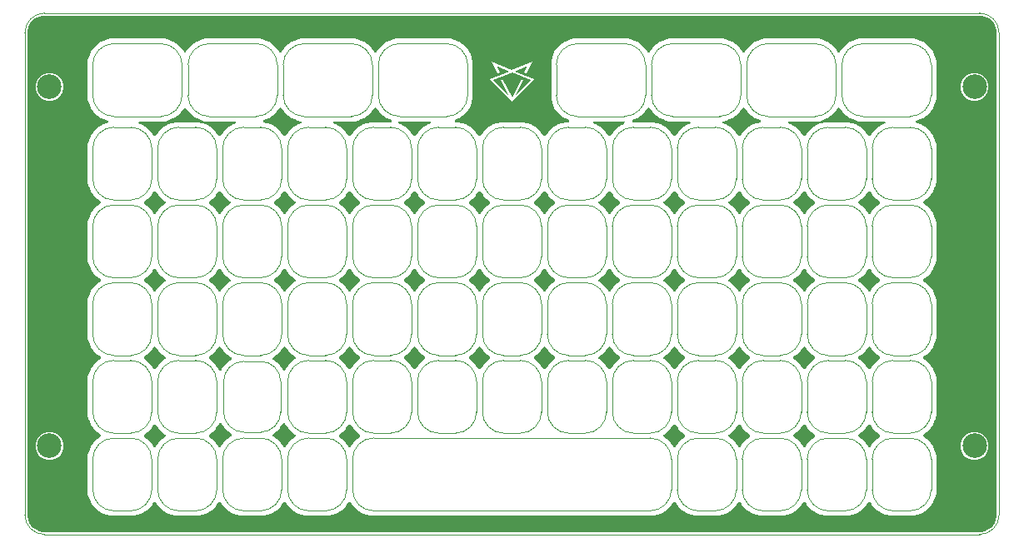
<source format=gtl>
G04*
G04 #@! TF.GenerationSoftware,Altium Limited,Altium Designer,24.2.2 (26)*
G04*
G04 Layer_Physical_Order=1*
G04 Layer_Color=3394611*
%FSLAX25Y25*%
%MOIN*%
G70*
G04*
G04 #@! TF.SameCoordinates,661FBD00-BEF8-4439-B900-685B4A6DAB74*
G04*
G04*
G04 #@! TF.FilePolarity,Positive*
G04*
G01*
G75*
%ADD10C,0.00394*%
%ADD12R,0.03937X0.23622*%
%ADD13R,0.26911X0.02940*%
%ADD14R,0.27326X0.02973*%
%ADD15C,0.09843*%
G36*
X-187010Y10808D02*
X-187009Y10808D01*
X-187009Y10808D01*
X187008Y10808D01*
X187008Y10808D01*
X187008Y10808D01*
X187685Y10808D01*
X189012Y10544D01*
X190263Y10026D01*
X191388Y9274D01*
X192345Y8317D01*
X193097Y7192D01*
X193615Y5941D01*
X193879Y4614D01*
X193879Y3937D01*
Y-188976D01*
Y-189653D01*
X193615Y-190981D01*
X193097Y-192231D01*
X192345Y-193357D01*
X191388Y-194314D01*
X190263Y-195066D01*
X189012Y-195584D01*
X187685Y-195848D01*
X187010Y-195847D01*
X187009Y-195847D01*
X187009Y-195847D01*
X-187008Y-195848D01*
X-187685D01*
X-189012Y-195584D01*
X-190263Y-195066D01*
X-191388Y-194314D01*
X-192345Y-193357D01*
X-193097Y-192231D01*
X-193615Y-190981D01*
X-193879Y-189653D01*
Y-188976D01*
Y3937D01*
Y4614D01*
X-193615Y5941D01*
X-193097Y7192D01*
X-192345Y8317D01*
X-191388Y9274D01*
X-190263Y10026D01*
X-189012Y10544D01*
X-187685Y10808D01*
X-187010Y10808D01*
D02*
G37*
%LPC*%
G36*
X25346Y1615D02*
X25152Y1577D01*
X24954Y1577D01*
X23317Y1254D01*
X23134Y1179D01*
X22939Y1140D01*
X21396Y504D01*
X21231Y394D01*
X21048Y318D01*
X19659Y-607D01*
X19519Y-747D01*
X19355Y-857D01*
X18173Y-2036D01*
X18063Y-2201D01*
X17923Y-2341D01*
X16995Y-3728D01*
X16919Y-3911D01*
X16808Y-4075D01*
X16169Y-5617D01*
X16130Y-5812D01*
X16055Y-5994D01*
X15728Y-7632D01*
X15728Y-7829D01*
X15690Y-8024D01*
X15690Y-8858D01*
X15690Y-21063D01*
Y-21897D01*
X15728Y-22091D01*
Y-22288D01*
X16054Y-23924D01*
X16129Y-24106D01*
X16168Y-24300D01*
X16806Y-25841D01*
X16916Y-26005D01*
X16992Y-26188D01*
X17918Y-27574D01*
X18058Y-27714D01*
X18168Y-27878D01*
X19347Y-29057D01*
X19511Y-29167D01*
X19651Y-29307D01*
X21037Y-30233D01*
X21220Y-30309D01*
X21384Y-30419D01*
X22925Y-31057D01*
X22960Y-31064D01*
X22883Y-31851D01*
X21784D01*
X21590Y-31890D01*
X21393D01*
X19758Y-32215D01*
X19575Y-32291D01*
X19381Y-32329D01*
X17841Y-32967D01*
X17676Y-33077D01*
X17494Y-33153D01*
X16107Y-34079D01*
X15967Y-34219D01*
X15803Y-34329D01*
X14624Y-35508D01*
X14514Y-35672D01*
X14374Y-35812D01*
X13448Y-37198D01*
X13419Y-37267D01*
X13118Y-37381D01*
X12826Y-37381D01*
X12525Y-37267D01*
X12497Y-37198D01*
X11570Y-35812D01*
X11431Y-35672D01*
X11321Y-35508D01*
X10142Y-34329D01*
X9978Y-34219D01*
X9838Y-34079D01*
X8451Y-33153D01*
X8269Y-33077D01*
X8104Y-32967D01*
X6564Y-32329D01*
X6370Y-32291D01*
X6187Y-32215D01*
X4552Y-31890D01*
X4354D01*
X4160Y-31851D01*
X-4200D01*
X-4394Y-31890D01*
X-4591D01*
X-6227Y-32215D01*
X-6409Y-32291D01*
X-6603Y-32329D01*
X-8144Y-32967D01*
X-8308Y-33077D01*
X-8491Y-33153D01*
X-9877Y-34079D01*
X-10017Y-34219D01*
X-10181Y-34329D01*
X-11360Y-35508D01*
X-11470Y-35672D01*
X-11610Y-35812D01*
X-12536Y-37198D01*
X-12565Y-37267D01*
X-12866Y-37381D01*
X-13158Y-37381D01*
X-13459Y-37267D01*
X-13487Y-37198D01*
X-14414Y-35812D01*
X-14554Y-35672D01*
X-14663Y-35508D01*
X-15842Y-34329D01*
X-16007Y-34219D01*
X-16147Y-34079D01*
X-17533Y-33153D01*
X-17716Y-33077D01*
X-17880Y-32967D01*
X-19420Y-32329D01*
X-19614Y-32291D01*
X-19797Y-32215D01*
X-21432Y-31890D01*
X-21630D01*
X-21824Y-31851D01*
X-22913D01*
X-22990Y-31064D01*
X-22979Y-31062D01*
X-21436Y-30425D01*
X-21271Y-30315D01*
X-21088Y-30240D01*
X-19699Y-29314D01*
X-19559Y-29174D01*
X-19394Y-29064D01*
X-18213Y-27885D01*
X-18102Y-27720D01*
X-17962Y-27581D01*
X-17034Y-26193D01*
X-16958Y-26010D01*
X-16848Y-25846D01*
X-16208Y-24304D01*
X-16170Y-24110D01*
X-16094Y-23927D01*
X-15768Y-22290D01*
X-15768Y-22092D01*
X-15729Y-21898D01*
X-15729Y-21063D01*
X-15729Y-8858D01*
X-15729Y-8858D01*
X-15729Y-8025D01*
X-15768Y-7831D01*
Y-7633D01*
X-16093Y-5998D01*
X-16169Y-5815D01*
X-16207Y-5621D01*
X-16845Y-4081D01*
X-16955Y-3916D01*
X-17031Y-3734D01*
X-17957Y-2347D01*
X-18097Y-2207D01*
X-18207Y-2043D01*
X-19386Y-864D01*
X-19550Y-754D01*
X-19690Y-614D01*
X-21077Y312D01*
X-21259Y388D01*
X-21424Y497D01*
X-22964Y1135D01*
X-23158Y1174D01*
X-23341Y1250D01*
X-24976Y1575D01*
X-25174Y1575D01*
X-25368Y1613D01*
X-26202Y1613D01*
X-45015Y1613D01*
X-45017Y1613D01*
X-45019Y1613D01*
X-45852Y1612D01*
X-46045Y1573D01*
X-46243Y1573D01*
X-47876Y1245D01*
X-48058Y1169D01*
X-48252Y1130D01*
X-49789Y491D01*
X-49953Y381D01*
X-50136Y305D01*
X-51520Y-622D01*
X-51659Y-761D01*
X-51823Y-871D01*
X-53000Y-2050D01*
X-53109Y-2214D01*
X-53249Y-2354D01*
X-54173Y-3739D01*
X-54199Y-3802D01*
X-54511Y-3920D01*
X-54793Y-3918D01*
X-55093Y-3802D01*
X-55121Y-3734D01*
X-56048Y-2347D01*
X-56187Y-2208D01*
X-56297Y-2043D01*
X-57476Y-864D01*
X-57641Y-754D01*
X-57780Y-615D01*
X-59167Y312D01*
X-59349Y387D01*
X-59514Y497D01*
X-61054Y1135D01*
X-61248Y1174D01*
X-61431Y1249D01*
X-63066Y1575D01*
X-63264D01*
X-63458Y1613D01*
X-64291Y1613D01*
X-64291Y1613D01*
X-83091Y1613D01*
X-83924Y1613D01*
X-84118Y1575D01*
X-84316D01*
X-85951Y1249D01*
X-86134Y1174D01*
X-86328Y1135D01*
X-87868Y497D01*
X-88033Y387D01*
X-88215Y312D01*
X-89601Y-615D01*
X-89741Y-754D01*
X-89906Y-864D01*
X-91085Y-2043D01*
X-91194Y-2208D01*
X-91334Y-2347D01*
X-92261Y-3734D01*
X-92289Y-3803D01*
X-92590Y-3916D01*
X-92882D01*
X-93183Y-3803D01*
X-93212Y-3734D01*
X-94138Y-2347D01*
X-94278Y-2208D01*
X-94388Y-2043D01*
X-95567Y-864D01*
X-95731Y-754D01*
X-95871Y-615D01*
X-97257Y312D01*
X-97440Y387D01*
X-97604Y497D01*
X-99145Y1135D01*
X-99339Y1174D01*
X-99521Y1249D01*
X-101157Y1575D01*
X-101354D01*
X-101548Y1613D01*
X-102382Y1613D01*
X-102382Y1613D01*
X-121181Y1613D01*
X-122015Y1613D01*
X-122209Y1575D01*
X-122406D01*
X-124042Y1249D01*
X-124224Y1174D01*
X-124418Y1135D01*
X-125959Y497D01*
X-126123Y387D01*
X-126306Y312D01*
X-127692Y-615D01*
X-127832Y-754D01*
X-127996Y-864D01*
X-129175Y-2043D01*
X-129285Y-2208D01*
X-129425Y-2347D01*
X-130351Y-3734D01*
X-130380Y-3803D01*
X-130681Y-3916D01*
X-130973D01*
X-131274Y-3803D01*
X-131302Y-3734D01*
X-132229Y-2347D01*
X-132369Y-2208D01*
X-132478Y-2043D01*
X-133657Y-864D01*
X-133822Y-754D01*
X-133961Y-615D01*
X-135348Y312D01*
X-135530Y387D01*
X-135695Y497D01*
X-137235Y1135D01*
X-137429Y1174D01*
X-137612Y1249D01*
X-139247Y1575D01*
X-139445D01*
X-139639Y1613D01*
X-140472Y1613D01*
X-140472Y1613D01*
X-159272Y1613D01*
X-160105Y1613D01*
X-160299Y1575D01*
X-160497D01*
X-162132Y1249D01*
X-162315Y1174D01*
X-162509Y1135D01*
X-164049Y497D01*
X-164214Y387D01*
X-164396Y312D01*
X-165783Y-615D01*
X-165922Y-754D01*
X-166087Y-864D01*
X-167266Y-2043D01*
X-167376Y-2208D01*
X-167515Y-2347D01*
X-168442Y-3734D01*
X-168517Y-3916D01*
X-168627Y-4081D01*
X-169265Y-5621D01*
X-169304Y-5815D01*
X-169379Y-5998D01*
X-169705Y-7633D01*
Y-7831D01*
X-169743Y-8025D01*
X-169743Y-8858D01*
X-169743Y-21063D01*
Y-21897D01*
X-169705Y-22091D01*
Y-22288D01*
X-169379Y-23924D01*
X-169304Y-24106D01*
X-169265Y-24300D01*
X-168627Y-25841D01*
X-168517Y-26005D01*
X-168442Y-26188D01*
X-167515Y-27574D01*
X-167376Y-27714D01*
X-167266Y-27878D01*
X-166087Y-29057D01*
X-165922Y-29167D01*
X-165783Y-29307D01*
X-164396Y-30233D01*
X-164214Y-30309D01*
X-164049Y-30419D01*
X-162509Y-31057D01*
X-162315Y-31095D01*
X-162132Y-31171D01*
X-161525Y-31291D01*
Y-32094D01*
X-162132Y-32215D01*
X-162315Y-32291D01*
X-162509Y-32329D01*
X-164049Y-32967D01*
X-164214Y-33077D01*
X-164396Y-33153D01*
X-165783Y-34079D01*
X-165922Y-34219D01*
X-166087Y-34329D01*
X-167266Y-35508D01*
X-167376Y-35672D01*
X-167515Y-35812D01*
X-168442Y-37198D01*
X-168517Y-37381D01*
X-168627Y-37545D01*
X-169265Y-39086D01*
X-169304Y-39280D01*
X-169379Y-39462D01*
X-169705Y-41098D01*
Y-41295D01*
X-169743Y-41489D01*
Y-42323D01*
Y-54528D01*
Y-55361D01*
X-169705Y-55555D01*
Y-55753D01*
X-169379Y-57388D01*
X-169304Y-57571D01*
X-169265Y-57765D01*
X-168627Y-59305D01*
X-168517Y-59469D01*
X-168442Y-59652D01*
X-167515Y-61039D01*
X-167376Y-61178D01*
X-167266Y-61343D01*
X-166087Y-62522D01*
X-165922Y-62631D01*
X-165783Y-62771D01*
X-164668Y-63516D01*
X-164609Y-63678D01*
Y-64274D01*
X-164668Y-64437D01*
X-165783Y-65181D01*
X-165922Y-65321D01*
X-166087Y-65431D01*
X-167266Y-66610D01*
X-167376Y-66774D01*
X-167515Y-66914D01*
X-168442Y-68301D01*
X-168517Y-68483D01*
X-168627Y-68648D01*
X-169265Y-70188D01*
X-169304Y-70382D01*
X-169379Y-70565D01*
X-169705Y-72200D01*
Y-72398D01*
X-169743Y-72592D01*
Y-73425D01*
Y-85630D01*
Y-86464D01*
X-169705Y-86658D01*
Y-86855D01*
X-169379Y-88490D01*
X-169304Y-88673D01*
X-169265Y-88867D01*
X-168627Y-90408D01*
X-168517Y-90572D01*
X-168442Y-90754D01*
X-167515Y-92141D01*
X-167376Y-92281D01*
X-167266Y-92445D01*
X-166087Y-93624D01*
X-165922Y-93734D01*
X-165783Y-93874D01*
X-164669Y-94618D01*
X-164609Y-94781D01*
Y-95377D01*
X-164669Y-95539D01*
X-165783Y-96284D01*
X-165922Y-96424D01*
X-166087Y-96534D01*
X-167266Y-97712D01*
X-167376Y-97877D01*
X-167515Y-98017D01*
X-168442Y-99403D01*
X-168517Y-99586D01*
X-168627Y-99750D01*
X-169265Y-101291D01*
X-169304Y-101484D01*
X-169379Y-101667D01*
X-169705Y-103302D01*
Y-103500D01*
X-169743Y-103694D01*
Y-104528D01*
Y-116732D01*
Y-117566D01*
X-169705Y-117760D01*
Y-117957D01*
X-169379Y-119593D01*
X-169304Y-119775D01*
X-169265Y-119969D01*
X-168627Y-121510D01*
X-168517Y-121674D01*
X-168442Y-121857D01*
X-167515Y-123243D01*
X-167376Y-123383D01*
X-167266Y-123547D01*
X-166087Y-124726D01*
X-165922Y-124836D01*
X-165783Y-124976D01*
X-164669Y-125720D01*
X-164609Y-125883D01*
Y-126479D01*
X-164669Y-126642D01*
X-165783Y-127386D01*
X-165922Y-127526D01*
X-166087Y-127636D01*
X-167266Y-128815D01*
X-167376Y-128979D01*
X-167515Y-129119D01*
X-168442Y-130505D01*
X-168517Y-130688D01*
X-168627Y-130852D01*
X-169265Y-132393D01*
X-169304Y-132587D01*
X-169379Y-132769D01*
X-169705Y-134405D01*
Y-134602D01*
X-169743Y-134796D01*
Y-135630D01*
Y-147835D01*
Y-148668D01*
X-169705Y-148862D01*
Y-149060D01*
X-169379Y-150695D01*
X-169304Y-150878D01*
X-169265Y-151072D01*
X-168627Y-152612D01*
X-168517Y-152777D01*
X-168442Y-152959D01*
X-167515Y-154346D01*
X-167376Y-154485D01*
X-167266Y-154650D01*
X-166087Y-155829D01*
X-165922Y-155939D01*
X-165783Y-156078D01*
X-164669Y-156823D01*
X-164609Y-156985D01*
Y-157581D01*
X-164669Y-157744D01*
X-165783Y-158489D01*
X-165922Y-158628D01*
X-166087Y-158738D01*
X-167266Y-159917D01*
X-167376Y-160082D01*
X-167515Y-160221D01*
X-168442Y-161608D01*
X-168517Y-161790D01*
X-168627Y-161955D01*
X-169265Y-163495D01*
X-169304Y-163689D01*
X-169379Y-163872D01*
X-169705Y-165507D01*
Y-165705D01*
X-169743Y-165899D01*
Y-166732D01*
Y-178937D01*
Y-179771D01*
X-169705Y-179965D01*
Y-180162D01*
X-169379Y-181798D01*
X-169304Y-181980D01*
X-169265Y-182174D01*
X-168627Y-183715D01*
X-168517Y-183879D01*
X-168442Y-184062D01*
X-167515Y-185448D01*
X-167376Y-185588D01*
X-167266Y-185752D01*
X-166087Y-186931D01*
X-165922Y-187041D01*
X-165783Y-187181D01*
X-164396Y-188107D01*
X-164214Y-188183D01*
X-164049Y-188293D01*
X-162509Y-188931D01*
X-162315Y-188969D01*
X-162132Y-189045D01*
X-160497Y-189370D01*
X-160299D01*
X-160105Y-189409D01*
X-151745D01*
X-151551Y-189370D01*
X-151354D01*
X-149718Y-189045D01*
X-149536Y-188969D01*
X-149342Y-188931D01*
X-147801Y-188293D01*
X-147637Y-188183D01*
X-147454Y-188107D01*
X-146068Y-187181D01*
X-145928Y-187041D01*
X-145764Y-186931D01*
X-144585Y-185752D01*
X-144475Y-185588D01*
X-144335Y-185448D01*
X-143409Y-184062D01*
X-143380Y-183992D01*
X-143079Y-183879D01*
X-142787Y-183879D01*
X-142486Y-183992D01*
X-142457Y-184062D01*
X-141531Y-185448D01*
X-141391Y-185588D01*
X-141281Y-185752D01*
X-140103Y-186931D01*
X-139938Y-187041D01*
X-139798Y-187181D01*
X-138412Y-188107D01*
X-138229Y-188183D01*
X-138065Y-188293D01*
X-136524Y-188931D01*
X-136331Y-188969D01*
X-136148Y-189045D01*
X-134513Y-189370D01*
X-134315D01*
X-134121Y-189409D01*
X-125761D01*
X-125567Y-189370D01*
X-125369D01*
X-123734Y-189045D01*
X-123551Y-188969D01*
X-123357Y-188931D01*
X-121817Y-188293D01*
X-121653Y-188183D01*
X-121470Y-188107D01*
X-120084Y-187181D01*
X-119944Y-187041D01*
X-119779Y-186931D01*
X-118600Y-185752D01*
X-118491Y-185588D01*
X-118351Y-185448D01*
X-117424Y-184062D01*
X-117396Y-183992D01*
X-117095Y-183879D01*
X-116803Y-183879D01*
X-116502Y-183992D01*
X-116473Y-184062D01*
X-115547Y-185448D01*
X-115407Y-185588D01*
X-115297Y-185752D01*
X-114118Y-186931D01*
X-113954Y-187041D01*
X-113814Y-187181D01*
X-112428Y-188107D01*
X-112245Y-188183D01*
X-112081Y-188293D01*
X-110540Y-188931D01*
X-110346Y-188969D01*
X-110164Y-189045D01*
X-108528Y-189370D01*
X-108331D01*
X-108137Y-189409D01*
X-99777D01*
X-99583Y-189370D01*
X-99385D01*
X-97750Y-189045D01*
X-97567Y-188969D01*
X-97373Y-188931D01*
X-95833Y-188293D01*
X-95668Y-188183D01*
X-95486Y-188107D01*
X-94099Y-187181D01*
X-93960Y-187041D01*
X-93795Y-186931D01*
X-92616Y-185752D01*
X-92506Y-185588D01*
X-92367Y-185448D01*
X-91440Y-184062D01*
X-91412Y-183992D01*
X-91110Y-183879D01*
X-90819Y-183879D01*
X-90518Y-183992D01*
X-90489Y-184062D01*
X-89563Y-185448D01*
X-89423Y-185588D01*
X-89313Y-185752D01*
X-88134Y-186931D01*
X-87970Y-187041D01*
X-87830Y-187181D01*
X-86444Y-188107D01*
X-86261Y-188183D01*
X-86097Y-188293D01*
X-84556Y-188931D01*
X-84362Y-188969D01*
X-84180Y-189045D01*
X-82544Y-189370D01*
X-82346D01*
X-82153Y-189409D01*
X-81319Y-189409D01*
X-74626Y-189409D01*
X-73792Y-189409D01*
X-73598Y-189370D01*
X-73401D01*
X-71765Y-189045D01*
X-71583Y-188969D01*
X-71389Y-188931D01*
X-69848Y-188293D01*
X-69684Y-188183D01*
X-69501Y-188107D01*
X-68115Y-187181D01*
X-67975Y-187041D01*
X-67811Y-186931D01*
X-66632Y-185752D01*
X-66522Y-185588D01*
X-66382Y-185448D01*
X-65456Y-184062D01*
X-65427Y-183992D01*
X-65126Y-183879D01*
X-64834D01*
X-64533Y-183992D01*
X-64505Y-184062D01*
X-63578Y-185448D01*
X-63438Y-185588D01*
X-63329Y-185752D01*
X-62150Y-186931D01*
X-61985Y-187041D01*
X-61846Y-187181D01*
X-60459Y-188107D01*
X-60277Y-188183D01*
X-60112Y-188293D01*
X-58572Y-188931D01*
X-58378Y-188969D01*
X-58195Y-189045D01*
X-56560Y-189370D01*
X-56362D01*
X-56168Y-189409D01*
X56129D01*
X56323Y-189370D01*
X56520D01*
X58156Y-189045D01*
X58338Y-188969D01*
X58532Y-188931D01*
X60073Y-188293D01*
X60237Y-188183D01*
X60420Y-188107D01*
X61806Y-187181D01*
X61946Y-187041D01*
X62110Y-186931D01*
X63289Y-185752D01*
X63399Y-185588D01*
X63539Y-185448D01*
X64465Y-184062D01*
X64494Y-183992D01*
X64795Y-183879D01*
X65087Y-183879D01*
X65388Y-183992D01*
X65417Y-184062D01*
X66343Y-185448D01*
X66483Y-185588D01*
X66593Y-185752D01*
X67772Y-186931D01*
X67936Y-187041D01*
X68076Y-187181D01*
X69462Y-188107D01*
X69645Y-188183D01*
X69809Y-188293D01*
X71350Y-188931D01*
X71543Y-188969D01*
X71726Y-189045D01*
X73361Y-189370D01*
X73559D01*
X73753Y-189409D01*
X74587Y-189409D01*
X81279Y-189409D01*
X82113Y-189409D01*
X82307Y-189370D01*
X82505D01*
X84140Y-189045D01*
X84323Y-188969D01*
X84517Y-188931D01*
X86057Y-188293D01*
X86221Y-188183D01*
X86404Y-188107D01*
X87790Y-187181D01*
X87930Y-187041D01*
X88095Y-186931D01*
X89274Y-185752D01*
X89383Y-185588D01*
X89523Y-185448D01*
X90450Y-184062D01*
X90478Y-183992D01*
X90779Y-183879D01*
X91071D01*
X91372Y-183992D01*
X91401Y-184062D01*
X92327Y-185448D01*
X92467Y-185588D01*
X92577Y-185752D01*
X93756Y-186931D01*
X93920Y-187041D01*
X94060Y-187181D01*
X95446Y-188107D01*
X95629Y-188183D01*
X95793Y-188293D01*
X97334Y-188931D01*
X97528Y-188969D01*
X97710Y-189045D01*
X99346Y-189370D01*
X99543D01*
X99737Y-189409D01*
X108098D01*
X108291Y-189370D01*
X108489D01*
X110124Y-189045D01*
X110307Y-188969D01*
X110501Y-188931D01*
X112041Y-188293D01*
X112206Y-188183D01*
X112388Y-188107D01*
X113775Y-187181D01*
X113915Y-187041D01*
X114079Y-186931D01*
X115258Y-185752D01*
X115368Y-185588D01*
X115507Y-185448D01*
X116434Y-184062D01*
X116462Y-183992D01*
X116764Y-183879D01*
X117055Y-183879D01*
X117356Y-183992D01*
X117385Y-184062D01*
X118311Y-185448D01*
X118451Y-185588D01*
X118561Y-185752D01*
X119740Y-186931D01*
X119904Y-187041D01*
X120044Y-187181D01*
X121431Y-188107D01*
X121613Y-188183D01*
X121778Y-188293D01*
X123318Y-188931D01*
X123512Y-188969D01*
X123695Y-189045D01*
X125330Y-189370D01*
X125528D01*
X125721Y-189409D01*
X134082D01*
X134276Y-189370D01*
X134473D01*
X136109Y-189045D01*
X136291Y-188969D01*
X136485Y-188931D01*
X138026Y-188293D01*
X138190Y-188183D01*
X138373Y-188107D01*
X139759Y-187181D01*
X139899Y-187041D01*
X140063Y-186931D01*
X141242Y-185752D01*
X141352Y-185588D01*
X141492Y-185448D01*
X142418Y-184062D01*
X142447Y-183992D01*
X142748Y-183879D01*
X143040Y-183879D01*
X143341Y-183992D01*
X143369Y-184062D01*
X144296Y-185448D01*
X144436Y-185588D01*
X144545Y-185752D01*
X145724Y-186931D01*
X145889Y-187041D01*
X146028Y-187181D01*
X147415Y-188107D01*
X147598Y-188183D01*
X147762Y-188293D01*
X149302Y-188931D01*
X149496Y-188969D01*
X149679Y-189045D01*
X151314Y-189370D01*
X151512D01*
X151706Y-189409D01*
X160066D01*
X160260Y-189370D01*
X160458D01*
X162093Y-189045D01*
X162276Y-188969D01*
X162469Y-188931D01*
X164010Y-188293D01*
X164174Y-188183D01*
X164357Y-188107D01*
X165743Y-187181D01*
X165883Y-187041D01*
X166047Y-186931D01*
X167226Y-185752D01*
X167336Y-185588D01*
X167476Y-185448D01*
X168402Y-184062D01*
X168478Y-183879D01*
X168588Y-183715D01*
X169226Y-182174D01*
X169264Y-181980D01*
X169340Y-181798D01*
X169665Y-180162D01*
Y-179965D01*
X169704Y-179771D01*
Y-178937D01*
Y-166732D01*
Y-165899D01*
X169665Y-165705D01*
Y-165507D01*
X169340Y-163872D01*
X169264Y-163689D01*
X169226Y-163495D01*
X168588Y-161955D01*
X168478Y-161790D01*
X168402Y-161608D01*
X167476Y-160221D01*
X167336Y-160082D01*
X167226Y-159917D01*
X166047Y-158738D01*
X165883Y-158628D01*
X165743Y-158489D01*
X164629Y-157744D01*
X164569Y-157581D01*
Y-156985D01*
X164629Y-156823D01*
X165743Y-156078D01*
X165883Y-155939D01*
X166047Y-155829D01*
X167226Y-154650D01*
X167336Y-154485D01*
X167476Y-154346D01*
X168402Y-152959D01*
X168478Y-152777D01*
X168588Y-152612D01*
X169226Y-151072D01*
X169264Y-150878D01*
X169340Y-150695D01*
X169665Y-149060D01*
Y-148862D01*
X169704Y-148668D01*
Y-147835D01*
Y-135630D01*
Y-134796D01*
X169665Y-134602D01*
Y-134405D01*
X169340Y-132769D01*
X169264Y-132587D01*
X169226Y-132393D01*
X168588Y-130852D01*
X168478Y-130688D01*
X168402Y-130505D01*
X167476Y-129119D01*
X167336Y-128979D01*
X167226Y-128815D01*
X166047Y-127636D01*
X165883Y-127526D01*
X165743Y-127386D01*
X164629Y-126642D01*
X164569Y-126479D01*
Y-125883D01*
X164629Y-125720D01*
X165743Y-124976D01*
X165883Y-124836D01*
X166047Y-124726D01*
X167226Y-123547D01*
X167336Y-123383D01*
X167476Y-123243D01*
X168402Y-121857D01*
X168478Y-121674D01*
X168588Y-121510D01*
X169226Y-119969D01*
X169264Y-119775D01*
X169340Y-119593D01*
X169665Y-117957D01*
Y-117760D01*
X169704Y-117566D01*
Y-116732D01*
Y-104528D01*
Y-103694D01*
X169665Y-103500D01*
Y-103302D01*
X169340Y-101667D01*
X169264Y-101484D01*
X169226Y-101291D01*
X168588Y-99750D01*
X168478Y-99586D01*
X168402Y-99403D01*
X167476Y-98017D01*
X167336Y-97877D01*
X167226Y-97712D01*
X166047Y-96534D01*
X165883Y-96424D01*
X165743Y-96284D01*
X164629Y-95539D01*
X164569Y-95377D01*
X164569Y-94781D01*
X164629Y-94618D01*
X165743Y-93874D01*
X165883Y-93734D01*
X166047Y-93624D01*
X167226Y-92445D01*
X167336Y-92281D01*
X167476Y-92141D01*
X168402Y-90754D01*
X168478Y-90572D01*
X168588Y-90408D01*
X169226Y-88867D01*
X169264Y-88673D01*
X169340Y-88490D01*
X169665Y-86855D01*
Y-86658D01*
X169704Y-86464D01*
Y-85630D01*
X169704Y-73425D01*
X169704Y-73425D01*
X169704Y-72592D01*
X169665Y-72398D01*
Y-72200D01*
X169340Y-70565D01*
X169264Y-70382D01*
X169226Y-70188D01*
X168588Y-68648D01*
X168478Y-68483D01*
X168402Y-68301D01*
X167476Y-66914D01*
X167336Y-66774D01*
X167226Y-66610D01*
X166047Y-65431D01*
X165883Y-65321D01*
X165743Y-65181D01*
X164629Y-64437D01*
X164569Y-64274D01*
Y-63678D01*
X164629Y-63516D01*
X165743Y-62771D01*
X165883Y-62631D01*
X166047Y-62522D01*
X167226Y-61343D01*
X167336Y-61178D01*
X167476Y-61039D01*
X168402Y-59652D01*
X168478Y-59469D01*
X168588Y-59305D01*
X169226Y-57765D01*
X169264Y-57571D01*
X169340Y-57388D01*
X169665Y-55753D01*
Y-55555D01*
X169704Y-55361D01*
Y-54528D01*
X169704Y-42323D01*
Y-41489D01*
X169665Y-41295D01*
Y-41098D01*
X169340Y-39462D01*
X169264Y-39280D01*
X169226Y-39086D01*
X168588Y-37545D01*
X168478Y-37381D01*
X168402Y-37198D01*
X167476Y-35812D01*
X167336Y-35672D01*
X167226Y-35508D01*
X166047Y-34329D01*
X165883Y-34219D01*
X165743Y-34079D01*
X164357Y-33153D01*
X164174Y-33077D01*
X164010Y-32967D01*
X162469Y-32329D01*
X162276Y-32291D01*
X162093Y-32215D01*
X161486Y-32094D01*
Y-31291D01*
X162093Y-31171D01*
X162276Y-31095D01*
X162469Y-31057D01*
X164010Y-30419D01*
X164174Y-30309D01*
X164357Y-30233D01*
X165743Y-29307D01*
X165883Y-29167D01*
X166047Y-29057D01*
X167226Y-27878D01*
X167336Y-27714D01*
X167476Y-27574D01*
X168402Y-26188D01*
X168478Y-26005D01*
X168588Y-25840D01*
X169226Y-24300D01*
X169264Y-24106D01*
X169340Y-23924D01*
X169665Y-22288D01*
Y-22091D01*
X169704Y-21897D01*
Y-21063D01*
X169704Y-8858D01*
X169704Y-8025D01*
X169665Y-7831D01*
Y-7633D01*
X169340Y-5998D01*
X169264Y-5815D01*
X169226Y-5621D01*
X168588Y-4081D01*
X168478Y-3916D01*
X168402Y-3734D01*
X167476Y-2347D01*
X167336Y-2208D01*
X167226Y-2043D01*
X166047Y-864D01*
X165883Y-754D01*
X165743Y-615D01*
X164357Y312D01*
X164174Y387D01*
X164010Y497D01*
X162469Y1135D01*
X162276Y1174D01*
X162093Y1249D01*
X160458Y1575D01*
X160260D01*
X160066Y1613D01*
X159232Y1613D01*
X159232Y1613D01*
X140433Y1613D01*
X139599Y1613D01*
X139406Y1575D01*
X139208D01*
X137573Y1249D01*
X137390Y1174D01*
X137196Y1135D01*
X135655Y497D01*
X135491Y387D01*
X135309Y312D01*
X133922Y-615D01*
X133782Y-754D01*
X133618Y-864D01*
X132439Y-2043D01*
X132329Y-2208D01*
X132189Y-2347D01*
X131263Y-3734D01*
X131234Y-3803D01*
X130933Y-3916D01*
X130641D01*
X130340Y-3803D01*
X130312Y-3734D01*
X129385Y-2347D01*
X129246Y-2208D01*
X129136Y-2043D01*
X127957Y-864D01*
X127792Y-754D01*
X127653Y-615D01*
X126266Y312D01*
X126084Y387D01*
X125919Y497D01*
X124379Y1135D01*
X124185Y1174D01*
X124002Y1249D01*
X122367Y1575D01*
X122169D01*
X121975Y1613D01*
X121142Y1613D01*
X121142Y1613D01*
X102342Y1613D01*
X101509Y1613D01*
X101315Y1575D01*
X101117D01*
X99482Y1249D01*
X99299Y1174D01*
X99105Y1135D01*
X97565Y497D01*
X97401Y387D01*
X97218Y312D01*
X95832Y-615D01*
X95692Y-754D01*
X95527Y-864D01*
X94348Y-2043D01*
X94239Y-2208D01*
X94099Y-2347D01*
X93173Y-3734D01*
X93144Y-3803D01*
X92843Y-3916D01*
X92551D01*
X92250Y-3803D01*
X92221Y-3734D01*
X91295Y-2347D01*
X91155Y-2208D01*
X91045Y-2043D01*
X89866Y-864D01*
X89702Y-754D01*
X89562Y-615D01*
X88176Y312D01*
X87993Y387D01*
X87829Y497D01*
X86288Y1135D01*
X86094Y1174D01*
X85912Y1249D01*
X84276Y1575D01*
X84079D01*
X83885Y1613D01*
X83051Y1613D01*
X83051Y1613D01*
X64252Y1613D01*
X63418Y1613D01*
X63224Y1575D01*
X63027D01*
X61391Y1249D01*
X61209Y1174D01*
X61015Y1135D01*
X59474Y497D01*
X59310Y387D01*
X59127Y312D01*
X57741Y-615D01*
X57601Y-754D01*
X57437Y-864D01*
X56258Y-2043D01*
X56148Y-2208D01*
X56008Y-2347D01*
X55082Y-3734D01*
X55053Y-3803D01*
X54752Y-3916D01*
X54460D01*
X54159Y-3803D01*
X54131Y-3734D01*
X53204Y-2347D01*
X53065Y-2208D01*
X52955Y-2043D01*
X51776Y-864D01*
X51611Y-754D01*
X51472Y-615D01*
X50085Y312D01*
X49902Y387D01*
X49738Y497D01*
X48198Y1135D01*
X48004Y1174D01*
X47821Y1249D01*
X46186Y1575D01*
X45988D01*
X45794Y1613D01*
X44961Y1613D01*
X44961Y1613D01*
X26181Y1613D01*
X25346Y1615D01*
D02*
G37*
G36*
X185765Y-12205D02*
X184314D01*
X182912Y-12580D01*
X181655Y-13306D01*
X180629Y-14332D01*
X179903Y-15589D01*
X179528Y-16991D01*
Y-18442D01*
X179903Y-19844D01*
X180629Y-21101D01*
X181655Y-22127D01*
X182912Y-22853D01*
X184314Y-23228D01*
X185765D01*
X187167Y-22853D01*
X188424Y-22127D01*
X189450Y-21101D01*
X190176Y-19844D01*
X190551Y-18442D01*
Y-16991D01*
X190176Y-15589D01*
X189450Y-14332D01*
X188424Y-13306D01*
X187167Y-12580D01*
X185765Y-12205D01*
D02*
G37*
G36*
X-184314D02*
X-185765D01*
X-187167Y-12580D01*
X-188424Y-13306D01*
X-189450Y-14332D01*
X-190176Y-15589D01*
X-190551Y-16991D01*
Y-18442D01*
X-190176Y-19844D01*
X-189450Y-21101D01*
X-188424Y-22127D01*
X-187167Y-22853D01*
X-185765Y-23228D01*
X-184314D01*
X-182912Y-22853D01*
X-181655Y-22127D01*
X-180629Y-21101D01*
X-179903Y-19844D01*
X-179528Y-18442D01*
Y-16991D01*
X-179903Y-15589D01*
X-180629Y-14332D01*
X-181655Y-13306D01*
X-182912Y-12580D01*
X-184314Y-12205D01*
D02*
G37*
G36*
X11811Y-5266D02*
X-11811D01*
X-12263Y-5454D01*
X-12450Y-5906D01*
Y-13780D01*
Y-25591D01*
X-12263Y-26043D01*
X-11811Y-26230D01*
X11811D01*
X12263Y-26043D01*
X12450Y-25591D01*
Y-13780D01*
Y-5906D01*
X12263Y-5454D01*
X11811Y-5266D01*
D02*
G37*
G36*
X185765Y-155905D02*
X184314D01*
X182912Y-156281D01*
X181655Y-157007D01*
X180629Y-158033D01*
X179903Y-159290D01*
X179528Y-160692D01*
Y-162143D01*
X179903Y-163545D01*
X180629Y-164802D01*
X181655Y-165828D01*
X182912Y-166553D01*
X184314Y-166929D01*
X185765D01*
X187167Y-166553D01*
X188424Y-165828D01*
X189450Y-164802D01*
X190176Y-163545D01*
X190551Y-162143D01*
Y-160692D01*
X190176Y-159290D01*
X189450Y-158033D01*
X188424Y-157007D01*
X187167Y-156281D01*
X185765Y-155905D01*
D02*
G37*
G36*
X-184314D02*
X-185765D01*
X-187167Y-156281D01*
X-188424Y-157007D01*
X-189450Y-158033D01*
X-190176Y-159290D01*
X-190551Y-160692D01*
Y-162143D01*
X-190176Y-163545D01*
X-189450Y-164802D01*
X-188424Y-165828D01*
X-187167Y-166553D01*
X-185765Y-166929D01*
X-184314D01*
X-182912Y-166553D01*
X-181655Y-165828D01*
X-180629Y-164802D01*
X-179903Y-163545D01*
X-179528Y-162143D01*
Y-160692D01*
X-179903Y-159290D01*
X-180629Y-158033D01*
X-181655Y-157007D01*
X-182912Y-156281D01*
X-184314Y-155905D01*
D02*
G37*
%LPD*%
G36*
X130933Y-26005D02*
X131234Y-26118D01*
X131263Y-26188D01*
X132189Y-27574D01*
X132329Y-27714D01*
X132439Y-27878D01*
X133618Y-29057D01*
X133782Y-29167D01*
X133922Y-29307D01*
X135309Y-30233D01*
X135491Y-30309D01*
X135655Y-30419D01*
X137196Y-31057D01*
X137390Y-31095D01*
X137573Y-31171D01*
X139208Y-31496D01*
X139406D01*
X139599Y-31535D01*
X149261D01*
X149339Y-32322D01*
X149302Y-32329D01*
X147762Y-32967D01*
X147598Y-33077D01*
X147415Y-33153D01*
X146028Y-34079D01*
X145889Y-34219D01*
X145724Y-34329D01*
X144545Y-35508D01*
X144436Y-35672D01*
X144296Y-35812D01*
X143369Y-37198D01*
X143341Y-37267D01*
X143040Y-37381D01*
X142748Y-37381D01*
X142447Y-37267D01*
X142418Y-37198D01*
X141492Y-35812D01*
X141352Y-35672D01*
X141242Y-35508D01*
X140063Y-34329D01*
X139899Y-34219D01*
X139759Y-34079D01*
X138373Y-33153D01*
X138190Y-33077D01*
X138026Y-32967D01*
X136485Y-32329D01*
X136291Y-32291D01*
X136109Y-32215D01*
X134473Y-31890D01*
X134276D01*
X134082Y-31851D01*
X125721D01*
X125528Y-31890D01*
X125330D01*
X123695Y-32215D01*
X123512Y-32291D01*
X123318Y-32329D01*
X121778Y-32967D01*
X121613Y-33077D01*
X121431Y-33153D01*
X120044Y-34079D01*
X119904Y-34219D01*
X119740Y-34329D01*
X118561Y-35508D01*
X118451Y-35672D01*
X118311Y-35812D01*
X117385Y-37198D01*
X117357Y-37267D01*
X117055Y-37381D01*
X116764Y-37381D01*
X116462Y-37267D01*
X116434Y-37198D01*
X115507Y-35812D01*
X115368Y-35672D01*
X115258Y-35508D01*
X114079Y-34329D01*
X113915Y-34219D01*
X113775Y-34079D01*
X112388Y-33153D01*
X112206Y-33077D01*
X112041Y-32967D01*
X110501Y-32329D01*
X110465Y-32322D01*
X110542Y-31535D01*
X121975D01*
X122169Y-31496D01*
X122367D01*
X124002Y-31171D01*
X124185Y-31095D01*
X124379Y-31057D01*
X125919Y-30419D01*
X126084Y-30309D01*
X126266Y-30233D01*
X127653Y-29307D01*
X127792Y-29167D01*
X127957Y-29057D01*
X129136Y-27878D01*
X129246Y-27714D01*
X129385Y-27574D01*
X130312Y-26188D01*
X130340Y-26118D01*
X130641Y-26005D01*
X130933Y-26005D01*
D02*
G37*
G36*
X-54500D02*
X-54199Y-26118D01*
X-54170Y-26188D01*
X-53244Y-27574D01*
X-53104Y-27714D01*
X-52994Y-27878D01*
X-51815Y-29057D01*
X-51651Y-29167D01*
X-51511Y-29307D01*
X-50125Y-30233D01*
X-49942Y-30309D01*
X-49778Y-30419D01*
X-48237Y-31057D01*
X-48201Y-31064D01*
X-48278Y-31851D01*
X-55335Y-31851D01*
X-55335Y-31851D01*
X-56168D01*
X-56362Y-31890D01*
X-56560D01*
X-58195Y-32215D01*
X-58378Y-32291D01*
X-58572Y-32329D01*
X-60112Y-32967D01*
X-60277Y-33077D01*
X-60459Y-33153D01*
X-61846Y-34079D01*
X-61985Y-34219D01*
X-62150Y-34329D01*
X-63329Y-35508D01*
X-63438Y-35672D01*
X-63578Y-35812D01*
X-64505Y-37198D01*
X-64533Y-37267D01*
X-64834Y-37381D01*
X-65126Y-37381D01*
X-65427Y-37268D01*
X-65456Y-37198D01*
X-66382Y-35812D01*
X-66522Y-35672D01*
X-66632Y-35508D01*
X-67811Y-34329D01*
X-67975Y-34219D01*
X-68115Y-34079D01*
X-69501Y-33153D01*
X-69684Y-33077D01*
X-69848Y-32967D01*
X-71389Y-32329D01*
X-71425Y-32322D01*
X-71348Y-31535D01*
X-63458D01*
X-63264Y-31496D01*
X-63066D01*
X-61431Y-31171D01*
X-61248Y-31095D01*
X-61054Y-31057D01*
X-59514Y-30419D01*
X-59349Y-30309D01*
X-59167Y-30233D01*
X-57780Y-29307D01*
X-57641Y-29167D01*
X-57476Y-29057D01*
X-56297Y-27878D01*
X-56187Y-27714D01*
X-56048Y-27574D01*
X-55121Y-26188D01*
X-55093Y-26118D01*
X-54791Y-26005D01*
X-54500Y-26005D01*
D02*
G37*
G36*
X-130681D02*
X-130380Y-26118D01*
X-130351Y-26188D01*
X-129425Y-27574D01*
X-129285Y-27714D01*
X-129175Y-27878D01*
X-127996Y-29057D01*
X-127832Y-29167D01*
X-127692Y-29307D01*
X-126306Y-30233D01*
X-126123Y-30309D01*
X-125959Y-30419D01*
X-124418Y-31057D01*
X-124224Y-31095D01*
X-124042Y-31171D01*
X-122406Y-31496D01*
X-122209D01*
X-122015Y-31535D01*
X-110582D01*
X-110504Y-32322D01*
X-110540Y-32329D01*
X-112081Y-32967D01*
X-112245Y-33077D01*
X-112428Y-33153D01*
X-113814Y-34079D01*
X-113954Y-34219D01*
X-114118Y-34329D01*
X-115297Y-35508D01*
X-115407Y-35672D01*
X-115547Y-35812D01*
X-116473Y-37198D01*
X-116502Y-37267D01*
X-116803Y-37381D01*
X-117095Y-37381D01*
X-117396Y-37267D01*
X-117424Y-37198D01*
X-118351Y-35812D01*
X-118491Y-35672D01*
X-118600Y-35508D01*
X-119779Y-34329D01*
X-119944Y-34219D01*
X-120084Y-34079D01*
X-121470Y-33153D01*
X-121653Y-33077D01*
X-121817Y-32967D01*
X-123357Y-32329D01*
X-123551Y-32291D01*
X-123734Y-32215D01*
X-125369Y-31890D01*
X-125567D01*
X-125761Y-31851D01*
X-134121D01*
X-134315Y-31890D01*
X-134513D01*
X-136148Y-32215D01*
X-136331Y-32291D01*
X-136524Y-32329D01*
X-138065Y-32967D01*
X-138229Y-33077D01*
X-138412Y-33153D01*
X-139798Y-34079D01*
X-139938Y-34219D01*
X-140103Y-34329D01*
X-141281Y-35508D01*
X-141391Y-35672D01*
X-141531Y-35812D01*
X-142457Y-37198D01*
X-142486Y-37267D01*
X-142787Y-37381D01*
X-143079Y-37381D01*
X-143380Y-37267D01*
X-143409Y-37198D01*
X-144335Y-35812D01*
X-144475Y-35672D01*
X-144585Y-35508D01*
X-145764Y-34329D01*
X-145928Y-34219D01*
X-146068Y-34079D01*
X-147454Y-33153D01*
X-147637Y-33077D01*
X-147801Y-32967D01*
X-149342Y-32329D01*
X-149378Y-32322D01*
X-149300Y-31535D01*
X-139639D01*
X-139445Y-31496D01*
X-139247D01*
X-137612Y-31171D01*
X-137429Y-31095D01*
X-137235Y-31057D01*
X-135695Y-30419D01*
X-135530Y-30309D01*
X-135348Y-30233D01*
X-133961Y-29307D01*
X-133822Y-29167D01*
X-133657Y-29057D01*
X-132478Y-27878D01*
X-132369Y-27714D01*
X-132229Y-27574D01*
X-131302Y-26188D01*
X-131274Y-26118D01*
X-130973Y-26005D01*
X-130681Y-26005D01*
D02*
G37*
G36*
X92843D02*
X93144Y-26118D01*
X93173Y-26188D01*
X94099Y-27574D01*
X94239Y-27714D01*
X94348Y-27878D01*
X95527Y-29057D01*
X95692Y-29167D01*
X95832Y-29307D01*
X97218Y-30233D01*
X97401Y-30309D01*
X97565Y-30419D01*
X99105Y-31057D01*
X99299Y-31095D01*
X99331Y-31108D01*
X99346Y-31890D01*
X97710Y-32215D01*
X97528Y-32291D01*
X97334Y-32329D01*
X95793Y-32967D01*
X95629Y-33077D01*
X95446Y-33153D01*
X94060Y-34079D01*
X93920Y-34219D01*
X93756Y-34329D01*
X92577Y-35508D01*
X92467Y-35672D01*
X92327Y-35812D01*
X91401Y-37198D01*
X91372Y-37267D01*
X91071Y-37381D01*
X90779Y-37381D01*
X90478Y-37268D01*
X90450Y-37198D01*
X89523Y-35812D01*
X89383Y-35672D01*
X89274Y-35508D01*
X88095Y-34329D01*
X87930Y-34219D01*
X87790Y-34079D01*
X86404Y-33153D01*
X86221Y-33077D01*
X86057Y-32967D01*
X84517Y-32329D01*
X84323Y-32291D01*
X84291Y-32278D01*
X84276Y-31496D01*
X85912Y-31171D01*
X86094Y-31095D01*
X86288Y-31057D01*
X87829Y-30419D01*
X87993Y-30309D01*
X88176Y-30233D01*
X89562Y-29307D01*
X89702Y-29167D01*
X89866Y-29057D01*
X91045Y-27878D01*
X91155Y-27714D01*
X91295Y-27574D01*
X92221Y-26188D01*
X92250Y-26118D01*
X92551Y-26005D01*
X92843Y-26005D01*
D02*
G37*
G36*
X-92590D02*
X-92289Y-26118D01*
X-92261Y-26188D01*
X-91334Y-27574D01*
X-91194Y-27714D01*
X-91085Y-27878D01*
X-89906Y-29057D01*
X-89741Y-29167D01*
X-89601Y-29307D01*
X-88215Y-30233D01*
X-88032Y-30309D01*
X-87868Y-30419D01*
X-86328Y-31057D01*
X-86134Y-31095D01*
X-85951Y-31171D01*
X-84316Y-31496D01*
X-84330Y-32278D01*
X-84362Y-32291D01*
X-84556Y-32329D01*
X-86097Y-32967D01*
X-86261Y-33077D01*
X-86444Y-33153D01*
X-87830Y-34079D01*
X-87970Y-34219D01*
X-88134Y-34329D01*
X-89313Y-35508D01*
X-89423Y-35672D01*
X-89563Y-35812D01*
X-90489Y-37198D01*
X-90518Y-37267D01*
X-90819Y-37381D01*
X-91110Y-37381D01*
X-91412Y-37267D01*
X-91440Y-37198D01*
X-92367Y-35812D01*
X-92506Y-35672D01*
X-92616Y-35508D01*
X-93795Y-34329D01*
X-93960Y-34219D01*
X-94099Y-34079D01*
X-95486Y-33153D01*
X-95668Y-33077D01*
X-95833Y-32967D01*
X-97373Y-32329D01*
X-97567Y-32291D01*
X-97750Y-32215D01*
X-99385Y-31890D01*
X-99371Y-31108D01*
X-99339Y-31095D01*
X-99145Y-31057D01*
X-97604Y-30419D01*
X-97440Y-30309D01*
X-97257Y-30233D01*
X-95871Y-29307D01*
X-95731Y-29167D01*
X-95567Y-29057D01*
X-94388Y-27878D01*
X-94278Y-27714D01*
X-94138Y-27574D01*
X-93212Y-26188D01*
X-93183Y-26118D01*
X-92882Y-26005D01*
X-92590Y-26005D01*
D02*
G37*
G36*
X-32551Y-32322D02*
X-32588Y-32329D01*
X-34128Y-32967D01*
X-34292Y-33077D01*
X-34475Y-33153D01*
X-35861Y-34079D01*
X-36001Y-34219D01*
X-36165Y-34329D01*
X-37345Y-35508D01*
X-37454Y-35672D01*
X-37594Y-35812D01*
X-38520Y-37198D01*
X-38549Y-37267D01*
X-38850Y-37381D01*
X-39142D01*
X-39443Y-37267D01*
X-39472Y-37198D01*
X-40398Y-35812D01*
X-40538Y-35672D01*
X-40648Y-35508D01*
X-41827Y-34329D01*
X-41991Y-34219D01*
X-42131Y-34079D01*
X-43517Y-33153D01*
X-43700Y-33077D01*
X-43864Y-32967D01*
X-45405Y-32329D01*
X-45441Y-32322D01*
X-45364Y-31535D01*
X-32629D01*
X-32551Y-32322D01*
D02*
G37*
G36*
X45031Y-31615D02*
X44746Y-32586D01*
X43825Y-32967D01*
X43660Y-33077D01*
X43478Y-33153D01*
X42091Y-34079D01*
X41952Y-34219D01*
X41787Y-34329D01*
X40608Y-35508D01*
X40499Y-35672D01*
X40359Y-35812D01*
X39432Y-37198D01*
X39404Y-37267D01*
X39103Y-37381D01*
X38811Y-37381D01*
X38510Y-37267D01*
X38481Y-37198D01*
X37555Y-35812D01*
X37415Y-35672D01*
X37305Y-35508D01*
X36126Y-34329D01*
X35962Y-34219D01*
X35822Y-34079D01*
X34436Y-33153D01*
X34253Y-33077D01*
X34089Y-32967D01*
X32548Y-32329D01*
X32512Y-32322D01*
X32589Y-31535D01*
X44976Y-31535D01*
X45031Y-31615D01*
D02*
G37*
G36*
X54754Y-26003D02*
X55054Y-26119D01*
X55082Y-26188D01*
X56008Y-27574D01*
X56148Y-27714D01*
X56258Y-27878D01*
X57437Y-29057D01*
X57601Y-29167D01*
X57741Y-29307D01*
X59127Y-30233D01*
X59310Y-30309D01*
X59474Y-30419D01*
X61015Y-31057D01*
X61209Y-31095D01*
X61391Y-31171D01*
X63027Y-31496D01*
X63224D01*
X63418Y-31535D01*
X71308D01*
X71386Y-32322D01*
X71350Y-32329D01*
X69809Y-32967D01*
X69645Y-33077D01*
X69462Y-33153D01*
X68076Y-34079D01*
X67936Y-34219D01*
X67772Y-34329D01*
X66593Y-35508D01*
X66483Y-35672D01*
X66343Y-35812D01*
X65417Y-37198D01*
X65388Y-37268D01*
X65087Y-37381D01*
X64795Y-37381D01*
X64494Y-37268D01*
X64465Y-37198D01*
X63539Y-35812D01*
X63399Y-35672D01*
X63289Y-35508D01*
X62110Y-34329D01*
X61946Y-34219D01*
X61806Y-34079D01*
X60420Y-33153D01*
X60237Y-33077D01*
X60073Y-32967D01*
X58532Y-32329D01*
X58338Y-32291D01*
X58156Y-32215D01*
X56520Y-31890D01*
X56323D01*
X56129Y-31851D01*
X55295Y-31851D01*
X55295Y-31851D01*
X48240Y-31851D01*
X48231Y-31821D01*
X48167Y-31061D01*
X48212Y-31052D01*
X49750Y-30412D01*
X49914Y-30302D01*
X50096Y-30227D01*
X51480Y-29300D01*
X51620Y-29160D01*
X51784Y-29050D01*
X52960Y-27872D01*
X53070Y-27707D01*
X53209Y-27567D01*
X54134Y-26182D01*
X54160Y-26119D01*
X54471Y-26001D01*
X54754Y-26003D01*
D02*
G37*
G36*
X117055Y-59469D02*
X117356Y-59583D01*
X117385Y-59652D01*
X118311Y-61039D01*
X118451Y-61178D01*
X118561Y-61343D01*
X119740Y-62522D01*
X119904Y-62631D01*
X120044Y-62771D01*
X121158Y-63516D01*
X121218Y-63678D01*
Y-64274D01*
X121158Y-64437D01*
X120044Y-65181D01*
X119904Y-65321D01*
X119740Y-65431D01*
X118561Y-66610D01*
X118451Y-66774D01*
X118311Y-66914D01*
X117385Y-68301D01*
X117356Y-68370D01*
X117055Y-68483D01*
X116764D01*
X116462Y-68370D01*
X116434Y-68301D01*
X115507Y-66914D01*
X115368Y-66774D01*
X115258Y-66610D01*
X114079Y-65431D01*
X113915Y-65321D01*
X113775Y-65181D01*
X112661Y-64437D01*
X112601Y-64274D01*
Y-63678D01*
X112661Y-63516D01*
X113775Y-62771D01*
X113915Y-62631D01*
X114079Y-62522D01*
X115258Y-61343D01*
X115368Y-61178D01*
X115507Y-61039D01*
X116434Y-59652D01*
X116462Y-59583D01*
X116764Y-59469D01*
X117055D01*
D02*
G37*
G36*
X-38549Y-59583D02*
X-38520Y-59652D01*
X-37594Y-61039D01*
X-37454Y-61178D01*
X-37345Y-61343D01*
X-36165Y-62522D01*
X-36001Y-62631D01*
X-35861Y-62771D01*
X-34747Y-63516D01*
X-34687Y-63678D01*
Y-64274D01*
X-34747Y-64437D01*
X-35861Y-65181D01*
X-36001Y-65321D01*
X-36165Y-65431D01*
X-37345Y-66610D01*
X-37454Y-66774D01*
X-37594Y-66914D01*
X-38520Y-68301D01*
X-38549Y-68370D01*
X-38850Y-68483D01*
X-39142D01*
X-39443Y-68370D01*
X-39472Y-68301D01*
X-40398Y-66914D01*
X-40538Y-66774D01*
X-40648Y-66610D01*
X-41827Y-65431D01*
X-41991Y-65321D01*
X-42131Y-65181D01*
X-43245Y-64437D01*
X-43305Y-64274D01*
Y-63678D01*
X-43245Y-63516D01*
X-42131Y-62771D01*
X-41991Y-62631D01*
X-41827Y-62522D01*
X-40648Y-61343D01*
X-40538Y-61178D01*
X-40398Y-61039D01*
X-39472Y-59652D01*
X-39443Y-59583D01*
X-39142Y-59469D01*
X-38850Y-59469D01*
X-38549Y-59583D01*
D02*
G37*
G36*
X-142787Y-59469D02*
X-142486Y-59583D01*
X-142457Y-59652D01*
X-141531Y-61039D01*
X-141391Y-61178D01*
X-141281Y-61343D01*
X-140103Y-62522D01*
X-139938Y-62631D01*
X-139798Y-62771D01*
X-138684Y-63516D01*
X-138624Y-63678D01*
Y-64274D01*
X-138684Y-64437D01*
X-139798Y-65181D01*
X-139938Y-65321D01*
X-140103Y-65431D01*
X-141281Y-66610D01*
X-141391Y-66774D01*
X-141531Y-66914D01*
X-142457Y-68301D01*
X-142486Y-68370D01*
X-142787Y-68483D01*
X-143079Y-68483D01*
X-143380Y-68370D01*
X-143409Y-68301D01*
X-144335Y-66914D01*
X-144475Y-66774D01*
X-144585Y-66610D01*
X-145764Y-65431D01*
X-145928Y-65321D01*
X-146068Y-65181D01*
X-147182Y-64437D01*
X-147242Y-64274D01*
Y-63678D01*
X-147182Y-63516D01*
X-146068Y-62771D01*
X-145928Y-62631D01*
X-145764Y-62522D01*
X-144585Y-61343D01*
X-144475Y-61178D01*
X-144335Y-61039D01*
X-143409Y-59652D01*
X-143380Y-59583D01*
X-143079Y-59469D01*
X-142787D01*
D02*
G37*
G36*
X13419Y-59583D02*
X13448Y-59652D01*
X14374Y-61039D01*
X14514Y-61178D01*
X14624Y-61343D01*
X15803Y-62522D01*
X15967Y-62631D01*
X16107Y-62771D01*
X17221Y-63516D01*
X17281Y-63678D01*
Y-64274D01*
X17221Y-64437D01*
X16107Y-65181D01*
X15967Y-65321D01*
X15803Y-65431D01*
X14624Y-66610D01*
X14514Y-66774D01*
X14374Y-66914D01*
X13448Y-68301D01*
X13419Y-68370D01*
X13118Y-68483D01*
X12826D01*
X12525Y-68370D01*
X12497Y-68301D01*
X11570Y-66914D01*
X11431Y-66774D01*
X11321Y-66610D01*
X10142Y-65431D01*
X9977Y-65321D01*
X9838Y-65181D01*
X8724Y-64437D01*
X8664Y-64274D01*
X8664Y-63678D01*
X8724Y-63516D01*
X9838Y-62771D01*
X9978Y-62631D01*
X10142Y-62522D01*
X11321Y-61343D01*
X11431Y-61178D01*
X11570Y-61039D01*
X12497Y-59652D01*
X12525Y-59583D01*
X12826Y-59469D01*
X13118Y-59469D01*
X13419Y-59583D01*
D02*
G37*
G36*
X65087Y-59469D02*
X65388Y-59583D01*
X65417Y-59652D01*
X66343Y-61039D01*
X66483Y-61178D01*
X66593Y-61343D01*
X67772Y-62522D01*
X67936Y-62631D01*
X68076Y-62771D01*
X69190Y-63516D01*
X69250Y-63678D01*
X69250Y-64274D01*
X69190Y-64437D01*
X68076Y-65181D01*
X67936Y-65321D01*
X67772Y-65431D01*
X66593Y-66610D01*
X66483Y-66774D01*
X66343Y-66914D01*
X65417Y-68301D01*
X65388Y-68370D01*
X65087Y-68483D01*
X64795Y-68483D01*
X64494Y-68370D01*
X64465Y-68301D01*
X63539Y-66914D01*
X63399Y-66774D01*
X63289Y-66610D01*
X62110Y-65431D01*
X61946Y-65321D01*
X61806Y-65181D01*
X60692Y-64437D01*
X60632Y-64274D01*
Y-63678D01*
X60692Y-63516D01*
X61806Y-62771D01*
X61946Y-62631D01*
X62110Y-62522D01*
X63289Y-61343D01*
X63399Y-61178D01*
X63539Y-61039D01*
X64465Y-59652D01*
X64494Y-59583D01*
X64795Y-59469D01*
X65087D01*
D02*
G37*
G36*
X-64834Y-59469D02*
X-64533Y-59583D01*
X-64505Y-59652D01*
X-63578Y-61039D01*
X-63438Y-61178D01*
X-63329Y-61343D01*
X-62150Y-62522D01*
X-61985Y-62631D01*
X-61846Y-62771D01*
X-60731Y-63516D01*
X-60672Y-63678D01*
Y-64274D01*
X-60731Y-64437D01*
X-61846Y-65181D01*
X-61985Y-65321D01*
X-62150Y-65431D01*
X-63329Y-66610D01*
X-63438Y-66774D01*
X-63578Y-66914D01*
X-64505Y-68301D01*
X-64533Y-68370D01*
X-64834Y-68483D01*
X-65126Y-68483D01*
X-65427Y-68370D01*
X-65456Y-68301D01*
X-66382Y-66914D01*
X-66522Y-66774D01*
X-66632Y-66610D01*
X-67811Y-65431D01*
X-67975Y-65321D01*
X-68115Y-65181D01*
X-69229Y-64437D01*
X-69289Y-64274D01*
Y-63678D01*
X-69229Y-63516D01*
X-68115Y-62771D01*
X-67975Y-62631D01*
X-67811Y-62522D01*
X-66632Y-61343D01*
X-66522Y-61178D01*
X-66382Y-61039D01*
X-65456Y-59652D01*
X-65427Y-59583D01*
X-65126Y-59469D01*
X-64834Y-59469D01*
D02*
G37*
G36*
X-90819D02*
X-90518Y-59583D01*
X-90489Y-59652D01*
X-89563Y-61039D01*
X-89423Y-61178D01*
X-89313Y-61343D01*
X-88134Y-62522D01*
X-87970Y-62631D01*
X-87830Y-62771D01*
X-86716Y-63516D01*
X-86656Y-63678D01*
Y-64274D01*
X-86716Y-64437D01*
X-87830Y-65181D01*
X-87970Y-65321D01*
X-88134Y-65431D01*
X-89313Y-66610D01*
X-89423Y-66774D01*
X-89563Y-66914D01*
X-90489Y-68301D01*
X-90518Y-68370D01*
X-90819Y-68483D01*
X-91110Y-68483D01*
X-91412Y-68370D01*
X-91440Y-68301D01*
X-92367Y-66914D01*
X-92506Y-66774D01*
X-92616Y-66610D01*
X-93795Y-65431D01*
X-93960Y-65321D01*
X-94099Y-65181D01*
X-95214Y-64437D01*
X-95273Y-64274D01*
X-95273Y-63678D01*
X-95214Y-63516D01*
X-94099Y-62771D01*
X-93960Y-62631D01*
X-93795Y-62522D01*
X-92616Y-61343D01*
X-92506Y-61178D01*
X-92367Y-61039D01*
X-91440Y-59652D01*
X-91412Y-59583D01*
X-91110Y-59469D01*
X-90819D01*
D02*
G37*
G36*
X143040D02*
X143341Y-59583D01*
X143369Y-59652D01*
X144296Y-61039D01*
X144436Y-61178D01*
X144545Y-61343D01*
X145724Y-62522D01*
X145889Y-62631D01*
X146028Y-62771D01*
X147143Y-63516D01*
X147203Y-63678D01*
Y-64274D01*
X147143Y-64437D01*
X146028Y-65181D01*
X145889Y-65321D01*
X145724Y-65431D01*
X144545Y-66610D01*
X144436Y-66774D01*
X144296Y-66914D01*
X143369Y-68301D01*
X143341Y-68370D01*
X143040Y-68483D01*
X142748Y-68483D01*
X142447Y-68370D01*
X142418Y-68301D01*
X141492Y-66914D01*
X141352Y-66774D01*
X141242Y-66610D01*
X140063Y-65431D01*
X139899Y-65321D01*
X139759Y-65181D01*
X138645Y-64437D01*
X138585Y-64274D01*
X138585Y-63678D01*
X138645Y-63516D01*
X139759Y-62771D01*
X139899Y-62631D01*
X140063Y-62522D01*
X141242Y-61343D01*
X141352Y-61178D01*
X141492Y-61039D01*
X142418Y-59652D01*
X142447Y-59583D01*
X142748Y-59469D01*
X143040D01*
D02*
G37*
G36*
X91071Y-59469D02*
X91372Y-59583D01*
X91401Y-59652D01*
X92327Y-61039D01*
X92467Y-61178D01*
X92577Y-61343D01*
X93756Y-62522D01*
X93920Y-62631D01*
X94060Y-62771D01*
X95174Y-63516D01*
X95234Y-63678D01*
Y-64274D01*
X95174Y-64437D01*
X94060Y-65181D01*
X93920Y-65321D01*
X93756Y-65431D01*
X92577Y-66610D01*
X92467Y-66774D01*
X92327Y-66914D01*
X91401Y-68301D01*
X91372Y-68370D01*
X91071Y-68483D01*
X90779Y-68483D01*
X90478Y-68370D01*
X90450Y-68301D01*
X89523Y-66914D01*
X89383Y-66774D01*
X89274Y-66610D01*
X88095Y-65431D01*
X87930Y-65321D01*
X87790Y-65181D01*
X86676Y-64437D01*
X86616Y-64274D01*
X86616Y-63678D01*
X86676Y-63516D01*
X87790Y-62771D01*
X87930Y-62631D01*
X88095Y-62522D01*
X89274Y-61343D01*
X89383Y-61178D01*
X89523Y-61039D01*
X90450Y-59652D01*
X90478Y-59583D01*
X90779Y-59469D01*
X91071Y-59469D01*
D02*
G37*
G36*
X-116803Y-59469D02*
X-116502Y-59583D01*
X-116473Y-59652D01*
X-115547Y-61039D01*
X-115407Y-61178D01*
X-115297Y-61343D01*
X-114118Y-62522D01*
X-113954Y-62631D01*
X-113814Y-62771D01*
X-112700Y-63516D01*
X-112640Y-63678D01*
X-112640Y-64274D01*
X-112700Y-64437D01*
X-113814Y-65181D01*
X-113954Y-65321D01*
X-114118Y-65431D01*
X-115297Y-66610D01*
X-115407Y-66774D01*
X-115547Y-66914D01*
X-116473Y-68301D01*
X-116502Y-68370D01*
X-116803Y-68483D01*
X-117095Y-68483D01*
X-117396Y-68370D01*
X-117424Y-68301D01*
X-118351Y-66914D01*
X-118491Y-66774D01*
X-118600Y-66610D01*
X-119779Y-65431D01*
X-119944Y-65321D01*
X-120084Y-65181D01*
X-121198Y-64437D01*
X-121258Y-64274D01*
X-121258Y-63678D01*
X-121198Y-63516D01*
X-120084Y-62771D01*
X-119944Y-62631D01*
X-119779Y-62522D01*
X-118600Y-61343D01*
X-118491Y-61178D01*
X-118351Y-61039D01*
X-117424Y-59652D01*
X-117396Y-59583D01*
X-117095Y-59469D01*
X-116803D01*
D02*
G37*
G36*
X-12565Y-59583D02*
X-12536Y-59652D01*
X-11610Y-61039D01*
X-11470Y-61178D01*
X-11360Y-61343D01*
X-10181Y-62522D01*
X-10017Y-62631D01*
X-9877Y-62771D01*
X-8763Y-63516D01*
X-8703Y-63678D01*
Y-64274D01*
X-8763Y-64437D01*
X-9877Y-65181D01*
X-10017Y-65321D01*
X-10181Y-65431D01*
X-11360Y-66610D01*
X-11470Y-66774D01*
X-11610Y-66914D01*
X-12536Y-68301D01*
X-12565Y-68370D01*
X-12866Y-68483D01*
X-13158Y-68483D01*
X-13459Y-68370D01*
X-13487Y-68301D01*
X-14414Y-66914D01*
X-14554Y-66774D01*
X-14663Y-66610D01*
X-15842Y-65431D01*
X-16007Y-65321D01*
X-16147Y-65181D01*
X-17261Y-64437D01*
X-17321Y-64274D01*
Y-63678D01*
X-17261Y-63516D01*
X-16147Y-62771D01*
X-16007Y-62631D01*
X-15842Y-62522D01*
X-14663Y-61343D01*
X-14554Y-61178D01*
X-14414Y-61039D01*
X-13487Y-59652D01*
X-13459Y-59583D01*
X-13158Y-59469D01*
X-12866Y-59469D01*
X-12565Y-59583D01*
D02*
G37*
G36*
X39103Y-59469D02*
X39404Y-59583D01*
X39432Y-59652D01*
X40359Y-61039D01*
X40499Y-61178D01*
X40608Y-61343D01*
X41787Y-62522D01*
X41952Y-62631D01*
X42091Y-62771D01*
X43206Y-63516D01*
X43266Y-63678D01*
Y-64274D01*
X43206Y-64437D01*
X42091Y-65181D01*
X41952Y-65321D01*
X41787Y-65431D01*
X40608Y-66610D01*
X40499Y-66774D01*
X40359Y-66914D01*
X39432Y-68301D01*
X39404Y-68370D01*
X39103Y-68483D01*
X38811Y-68483D01*
X38510Y-68370D01*
X38481Y-68301D01*
X37555Y-66914D01*
X37415Y-66774D01*
X37305Y-66610D01*
X36126Y-65431D01*
X35962Y-65321D01*
X35822Y-65181D01*
X34708Y-64437D01*
X34648Y-64274D01*
Y-63678D01*
X34708Y-63516D01*
X35822Y-62771D01*
X35962Y-62631D01*
X36126Y-62522D01*
X37305Y-61343D01*
X37415Y-61178D01*
X37555Y-61039D01*
X38481Y-59652D01*
X38510Y-59583D01*
X38811Y-59469D01*
X39103D01*
D02*
G37*
G36*
X-90819Y-90572D02*
X-90518Y-90685D01*
X-90489Y-90754D01*
X-89563Y-92141D01*
X-89423Y-92281D01*
X-89313Y-92445D01*
X-88134Y-93624D01*
X-87970Y-93734D01*
X-87830Y-93874D01*
X-86716Y-94618D01*
X-86656Y-94781D01*
X-86656Y-95377D01*
X-86716Y-95539D01*
X-87830Y-96284D01*
X-87970Y-96424D01*
X-88134Y-96534D01*
X-89313Y-97712D01*
X-89423Y-97877D01*
X-89563Y-98017D01*
X-90489Y-99403D01*
X-90518Y-99472D01*
X-90819Y-99586D01*
X-91110D01*
X-91412Y-99472D01*
X-91440Y-99403D01*
X-92367Y-98017D01*
X-92506Y-97877D01*
X-92616Y-97712D01*
X-93795Y-96534D01*
X-93960Y-96424D01*
X-94099Y-96284D01*
X-95213Y-95539D01*
X-95273Y-95377D01*
Y-94781D01*
X-95213Y-94618D01*
X-94099Y-93874D01*
X-93959Y-93734D01*
X-93795Y-93624D01*
X-92616Y-92445D01*
X-92506Y-92281D01*
X-92367Y-92141D01*
X-91440Y-90754D01*
X-91412Y-90685D01*
X-91110Y-90572D01*
X-90819D01*
D02*
G37*
G36*
X91071D02*
X91372Y-90685D01*
X91401Y-90754D01*
X92327Y-92141D01*
X92467Y-92281D01*
X92577Y-92445D01*
X93756Y-93624D01*
X93920Y-93734D01*
X94060Y-93874D01*
X95174Y-94618D01*
X95234Y-94781D01*
Y-95377D01*
X95174Y-95539D01*
X94060Y-96284D01*
X93920Y-96424D01*
X93756Y-96534D01*
X92577Y-97712D01*
X92467Y-97877D01*
X92327Y-98017D01*
X91401Y-99403D01*
X91372Y-99472D01*
X91071Y-99586D01*
X90779Y-99586D01*
X90478Y-99472D01*
X90450Y-99403D01*
X89523Y-98017D01*
X89383Y-97877D01*
X89274Y-97712D01*
X88095Y-96534D01*
X87930Y-96424D01*
X87790Y-96284D01*
X86676Y-95539D01*
X86616Y-95377D01*
Y-94781D01*
X86676Y-94618D01*
X87790Y-93874D01*
X87930Y-93734D01*
X88095Y-93624D01*
X89274Y-92445D01*
X89383Y-92281D01*
X89523Y-92141D01*
X90450Y-90754D01*
X90478Y-90685D01*
X90779Y-90572D01*
X91071Y-90572D01*
D02*
G37*
G36*
X-64834D02*
X-64533Y-90685D01*
X-64505Y-90754D01*
X-63578Y-92141D01*
X-63438Y-92281D01*
X-63329Y-92445D01*
X-62150Y-93624D01*
X-61985Y-93734D01*
X-61846Y-93874D01*
X-60731Y-94618D01*
X-60672Y-94781D01*
Y-95377D01*
X-60731Y-95539D01*
X-61846Y-96284D01*
X-61985Y-96424D01*
X-62150Y-96534D01*
X-63329Y-97712D01*
X-63438Y-97877D01*
X-63578Y-98017D01*
X-64505Y-99403D01*
X-64533Y-99472D01*
X-64834Y-99586D01*
X-65126Y-99586D01*
X-65427Y-99472D01*
X-65456Y-99403D01*
X-66382Y-98017D01*
X-66522Y-97877D01*
X-66632Y-97712D01*
X-67811Y-96534D01*
X-67975Y-96424D01*
X-68115Y-96284D01*
X-69229Y-95539D01*
X-69289Y-95377D01*
Y-94781D01*
X-69229Y-94618D01*
X-68115Y-93874D01*
X-67975Y-93734D01*
X-67811Y-93624D01*
X-66632Y-92445D01*
X-66522Y-92281D01*
X-66382Y-92141D01*
X-65456Y-90754D01*
X-65427Y-90685D01*
X-65126Y-90572D01*
X-64834Y-90572D01*
D02*
G37*
G36*
X143040D02*
X143341Y-90685D01*
X143369Y-90754D01*
X144296Y-92141D01*
X144436Y-92281D01*
X144545Y-92445D01*
X145724Y-93624D01*
X145889Y-93734D01*
X146028Y-93874D01*
X147143Y-94618D01*
X147203Y-94781D01*
Y-95377D01*
X147143Y-95539D01*
X146028Y-96284D01*
X145889Y-96424D01*
X145724Y-96534D01*
X144545Y-97712D01*
X144436Y-97877D01*
X144296Y-98017D01*
X143369Y-99403D01*
X143341Y-99472D01*
X143040Y-99586D01*
X142748Y-99586D01*
X142447Y-99472D01*
X142418Y-99403D01*
X141492Y-98017D01*
X141352Y-97877D01*
X141242Y-97712D01*
X140063Y-96534D01*
X139899Y-96424D01*
X139759Y-96284D01*
X138645Y-95539D01*
X138585Y-95377D01*
X138585Y-94781D01*
X138645Y-94618D01*
X139759Y-93874D01*
X139899Y-93734D01*
X140063Y-93624D01*
X141242Y-92445D01*
X141352Y-92281D01*
X141492Y-92141D01*
X142418Y-90754D01*
X142447Y-90685D01*
X142748Y-90572D01*
X143040D01*
D02*
G37*
G36*
X117055D02*
X117356Y-90685D01*
X117385Y-90754D01*
X118311Y-92141D01*
X118451Y-92281D01*
X118561Y-92445D01*
X119740Y-93624D01*
X119904Y-93734D01*
X120044Y-93874D01*
X121158Y-94618D01*
X121218Y-94781D01*
Y-95377D01*
X121158Y-95539D01*
X120044Y-96284D01*
X119904Y-96424D01*
X119740Y-96534D01*
X118561Y-97712D01*
X118451Y-97877D01*
X118311Y-98017D01*
X117385Y-99403D01*
X117357Y-99472D01*
X117055Y-99586D01*
X116764Y-99586D01*
X116462Y-99472D01*
X116434Y-99403D01*
X115507Y-98017D01*
X115368Y-97877D01*
X115258Y-97712D01*
X114079Y-96534D01*
X113915Y-96424D01*
X113775Y-96284D01*
X112661Y-95539D01*
X112601Y-95377D01*
Y-94781D01*
X112661Y-94618D01*
X113775Y-93874D01*
X113915Y-93734D01*
X114079Y-93624D01*
X115258Y-92445D01*
X115368Y-92281D01*
X115507Y-92141D01*
X116434Y-90754D01*
X116462Y-90685D01*
X116764Y-90572D01*
X117055D01*
D02*
G37*
G36*
X13419Y-90685D02*
X13448Y-90754D01*
X14374Y-92141D01*
X14514Y-92281D01*
X14624Y-92445D01*
X15803Y-93624D01*
X15967Y-93734D01*
X16107Y-93874D01*
X17221Y-94618D01*
X17281Y-94781D01*
Y-95377D01*
X17221Y-95539D01*
X16107Y-96284D01*
X15967Y-96424D01*
X15803Y-96534D01*
X14624Y-97712D01*
X14514Y-97877D01*
X14374Y-98017D01*
X13448Y-99403D01*
X13419Y-99472D01*
X13118Y-99586D01*
X12826Y-99586D01*
X12525Y-99472D01*
X12497Y-99403D01*
X11570Y-98017D01*
X11431Y-97877D01*
X11321Y-97712D01*
X10142Y-96534D01*
X9978Y-96424D01*
X9838Y-96284D01*
X8724Y-95539D01*
X8664Y-95377D01*
X8664Y-94781D01*
X8724Y-94618D01*
X9838Y-93874D01*
X9978Y-93734D01*
X10142Y-93624D01*
X11321Y-92445D01*
X11431Y-92281D01*
X11570Y-92141D01*
X12497Y-90754D01*
X12525Y-90685D01*
X12827Y-90572D01*
X13118Y-90572D01*
X13419Y-90685D01*
D02*
G37*
G36*
X-12565D02*
X-12536Y-90754D01*
X-11610Y-92141D01*
X-11470Y-92281D01*
X-11360Y-92445D01*
X-10181Y-93624D01*
X-10017Y-93734D01*
X-9877Y-93874D01*
X-8763Y-94618D01*
X-8703Y-94781D01*
Y-95377D01*
X-8763Y-95539D01*
X-9877Y-96284D01*
X-10017Y-96424D01*
X-10181Y-96534D01*
X-11360Y-97712D01*
X-11470Y-97877D01*
X-11610Y-98017D01*
X-12536Y-99403D01*
X-12565Y-99472D01*
X-12866Y-99586D01*
X-13158Y-99586D01*
X-13459Y-99472D01*
X-13487Y-99403D01*
X-14414Y-98017D01*
X-14554Y-97877D01*
X-14663Y-97712D01*
X-15842Y-96534D01*
X-16007Y-96424D01*
X-16147Y-96284D01*
X-17261Y-95539D01*
X-17321Y-95377D01*
Y-94781D01*
X-17261Y-94618D01*
X-16147Y-93874D01*
X-16007Y-93734D01*
X-15842Y-93624D01*
X-14663Y-92445D01*
X-14554Y-92281D01*
X-14414Y-92141D01*
X-13487Y-90754D01*
X-13459Y-90685D01*
X-13158Y-90572D01*
X-12866D01*
X-12565Y-90685D01*
D02*
G37*
G36*
X-116803Y-90572D02*
X-116502Y-90685D01*
X-116473Y-90754D01*
X-115547Y-92141D01*
X-115407Y-92281D01*
X-115297Y-92445D01*
X-114118Y-93624D01*
X-113954Y-93734D01*
X-113814Y-93874D01*
X-112700Y-94618D01*
X-112640Y-94781D01*
Y-95377D01*
X-112700Y-95539D01*
X-113814Y-96284D01*
X-113954Y-96424D01*
X-114118Y-96534D01*
X-115297Y-97712D01*
X-115407Y-97877D01*
X-115547Y-98017D01*
X-116473Y-99403D01*
X-116502Y-99472D01*
X-116803Y-99586D01*
X-117095Y-99586D01*
X-117396Y-99472D01*
X-117424Y-99403D01*
X-118351Y-98017D01*
X-118491Y-97877D01*
X-118600Y-97712D01*
X-119779Y-96534D01*
X-119944Y-96424D01*
X-120084Y-96284D01*
X-121198Y-95539D01*
X-121258Y-95377D01*
Y-94781D01*
X-121198Y-94618D01*
X-120084Y-93874D01*
X-119944Y-93734D01*
X-119779Y-93624D01*
X-118600Y-92445D01*
X-118491Y-92281D01*
X-118351Y-92141D01*
X-117424Y-90754D01*
X-117396Y-90685D01*
X-117095Y-90572D01*
X-116803D01*
D02*
G37*
G36*
X-142787D02*
X-142486Y-90685D01*
X-142457Y-90754D01*
X-141531Y-92141D01*
X-141391Y-92281D01*
X-141281Y-92445D01*
X-140103Y-93624D01*
X-139938Y-93734D01*
X-139798Y-93874D01*
X-138684Y-94618D01*
X-138624Y-94781D01*
Y-95377D01*
X-138684Y-95539D01*
X-139798Y-96284D01*
X-139938Y-96424D01*
X-140103Y-96534D01*
X-141281Y-97712D01*
X-141391Y-97877D01*
X-141531Y-98017D01*
X-142457Y-99403D01*
X-142486Y-99472D01*
X-142787Y-99586D01*
X-143079Y-99586D01*
X-143380Y-99472D01*
X-143409Y-99403D01*
X-144335Y-98017D01*
X-144475Y-97877D01*
X-144585Y-97712D01*
X-145764Y-96534D01*
X-145928Y-96424D01*
X-146068Y-96284D01*
X-147182Y-95539D01*
X-147242Y-95377D01*
Y-94781D01*
X-147182Y-94618D01*
X-146068Y-93874D01*
X-145928Y-93734D01*
X-145764Y-93624D01*
X-144585Y-92445D01*
X-144475Y-92281D01*
X-144335Y-92141D01*
X-143409Y-90754D01*
X-143380Y-90685D01*
X-143079Y-90572D01*
X-142787D01*
D02*
G37*
G36*
X-38549Y-90685D02*
X-38520Y-90754D01*
X-37594Y-92141D01*
X-37454Y-92281D01*
X-37345Y-92445D01*
X-36165Y-93624D01*
X-36001Y-93734D01*
X-35861Y-93874D01*
X-34747Y-94618D01*
X-34687Y-94781D01*
X-34687Y-95377D01*
X-34747Y-95539D01*
X-35861Y-96284D01*
X-36001Y-96424D01*
X-36165Y-96534D01*
X-37345Y-97712D01*
X-37454Y-97877D01*
X-37594Y-98017D01*
X-38520Y-99403D01*
X-38549Y-99472D01*
X-38850Y-99586D01*
X-39142D01*
X-39443Y-99472D01*
X-39472Y-99403D01*
X-40398Y-98017D01*
X-40538Y-97877D01*
X-40648Y-97712D01*
X-41827Y-96534D01*
X-41991Y-96424D01*
X-42131Y-96284D01*
X-43245Y-95539D01*
X-43305Y-95377D01*
Y-94781D01*
X-43245Y-94618D01*
X-42131Y-93874D01*
X-41991Y-93734D01*
X-41827Y-93624D01*
X-40648Y-92445D01*
X-40538Y-92281D01*
X-40398Y-92141D01*
X-39472Y-90754D01*
X-39443Y-90685D01*
X-39142Y-90572D01*
X-38850Y-90572D01*
X-38549Y-90685D01*
D02*
G37*
G36*
X39103Y-90572D02*
X39404Y-90685D01*
X39432Y-90754D01*
X40359Y-92141D01*
X40499Y-92281D01*
X40608Y-92445D01*
X41787Y-93624D01*
X41952Y-93734D01*
X42091Y-93874D01*
X43206Y-94618D01*
X43266Y-94781D01*
X43266Y-95377D01*
X43206Y-95539D01*
X42091Y-96284D01*
X41952Y-96424D01*
X41787Y-96534D01*
X40608Y-97712D01*
X40499Y-97877D01*
X40359Y-98017D01*
X39432Y-99403D01*
X39404Y-99472D01*
X39103Y-99586D01*
X38811Y-99586D01*
X38510Y-99472D01*
X38481Y-99403D01*
X37555Y-98017D01*
X37415Y-97877D01*
X37305Y-97712D01*
X36126Y-96534D01*
X35962Y-96424D01*
X35822Y-96284D01*
X34708Y-95539D01*
X34648Y-95377D01*
Y-94781D01*
X34708Y-94618D01*
X35822Y-93874D01*
X35962Y-93734D01*
X36126Y-93624D01*
X37305Y-92445D01*
X37415Y-92281D01*
X37555Y-92141D01*
X38481Y-90754D01*
X38510Y-90685D01*
X38811Y-90572D01*
X39103D01*
D02*
G37*
G36*
X65087D02*
X65388Y-90685D01*
X65417Y-90754D01*
X66343Y-92141D01*
X66483Y-92281D01*
X66593Y-92445D01*
X67772Y-93624D01*
X67936Y-93734D01*
X68076Y-93874D01*
X69190Y-94618D01*
X69250Y-94781D01*
Y-95377D01*
X69190Y-95539D01*
X68076Y-96284D01*
X67936Y-96424D01*
X67772Y-96534D01*
X66593Y-97712D01*
X66483Y-97877D01*
X66343Y-98017D01*
X65417Y-99403D01*
X65388Y-99472D01*
X65087Y-99586D01*
X64795Y-99586D01*
X64494Y-99472D01*
X64465Y-99403D01*
X63539Y-98017D01*
X63399Y-97877D01*
X63289Y-97712D01*
X62110Y-96534D01*
X61946Y-96424D01*
X61806Y-96284D01*
X60692Y-95539D01*
X60632Y-95377D01*
Y-94781D01*
X60692Y-94618D01*
X61806Y-93874D01*
X61946Y-93734D01*
X62110Y-93624D01*
X63289Y-92445D01*
X63399Y-92281D01*
X63539Y-92141D01*
X64465Y-90754D01*
X64494Y-90685D01*
X64795Y-90572D01*
X65087Y-90572D01*
D02*
G37*
G36*
X91071Y-121674D02*
X91372Y-121788D01*
X91401Y-121857D01*
X92327Y-123243D01*
X92467Y-123383D01*
X92577Y-123547D01*
X93756Y-124726D01*
X93920Y-124836D01*
X94060Y-124976D01*
X95174Y-125720D01*
X95234Y-125883D01*
Y-126479D01*
X95174Y-126642D01*
X94060Y-127386D01*
X93920Y-127526D01*
X93756Y-127636D01*
X92577Y-128815D01*
X92467Y-128979D01*
X92327Y-129119D01*
X91401Y-130505D01*
X91372Y-130575D01*
X91071Y-130688D01*
X90779Y-130688D01*
X90478Y-130575D01*
X90450Y-130505D01*
X89523Y-129119D01*
X89383Y-128979D01*
X89274Y-128815D01*
X88095Y-127636D01*
X87930Y-127526D01*
X87790Y-127386D01*
X86676Y-126642D01*
X86616Y-126479D01*
X86616Y-125883D01*
X86676Y-125720D01*
X87790Y-124976D01*
X87930Y-124836D01*
X88095Y-124726D01*
X89274Y-123547D01*
X89383Y-123383D01*
X89523Y-123243D01*
X90450Y-121857D01*
X90478Y-121788D01*
X90779Y-121674D01*
X91071D01*
D02*
G37*
G36*
X143040D02*
X143341Y-121788D01*
X143369Y-121857D01*
X144296Y-123243D01*
X144436Y-123383D01*
X144545Y-123547D01*
X145724Y-124726D01*
X145889Y-124836D01*
X146028Y-124976D01*
X147143Y-125720D01*
X147203Y-125883D01*
Y-126479D01*
X147143Y-126642D01*
X146028Y-127386D01*
X145889Y-127526D01*
X145724Y-127636D01*
X144545Y-128815D01*
X144436Y-128979D01*
X144296Y-129119D01*
X143369Y-130505D01*
X143341Y-130575D01*
X143040Y-130688D01*
X142748Y-130688D01*
X142447Y-130575D01*
X142418Y-130505D01*
X141492Y-129119D01*
X141352Y-128979D01*
X141242Y-128815D01*
X140063Y-127636D01*
X139899Y-127526D01*
X139759Y-127386D01*
X138645Y-126642D01*
X138585Y-126479D01*
Y-125883D01*
X138645Y-125720D01*
X139759Y-124976D01*
X139899Y-124836D01*
X140063Y-124726D01*
X141242Y-123547D01*
X141352Y-123383D01*
X141492Y-123243D01*
X142418Y-121857D01*
X142447Y-121788D01*
X142748Y-121674D01*
X143040Y-121674D01*
D02*
G37*
G36*
X117055D02*
X117356Y-121788D01*
X117385Y-121857D01*
X118311Y-123243D01*
X118451Y-123383D01*
X118561Y-123547D01*
X119740Y-124726D01*
X119904Y-124836D01*
X120044Y-124976D01*
X121158Y-125720D01*
X121218Y-125883D01*
Y-126479D01*
X121158Y-126642D01*
X120044Y-127386D01*
X119904Y-127526D01*
X119740Y-127636D01*
X118561Y-128815D01*
X118451Y-128979D01*
X118311Y-129119D01*
X117385Y-130505D01*
X117357Y-130575D01*
X117055Y-130688D01*
X116764Y-130688D01*
X116462Y-130575D01*
X116434Y-130505D01*
X115507Y-129119D01*
X115368Y-128979D01*
X115258Y-128815D01*
X114079Y-127636D01*
X113915Y-127526D01*
X113775Y-127386D01*
X112661Y-126642D01*
X112601Y-126479D01*
Y-125883D01*
X112661Y-125720D01*
X113775Y-124976D01*
X113915Y-124836D01*
X114079Y-124726D01*
X115258Y-123547D01*
X115368Y-123383D01*
X115507Y-123243D01*
X116434Y-121857D01*
X116462Y-121788D01*
X116764Y-121674D01*
X117055Y-121674D01*
D02*
G37*
G36*
X13118D02*
X13419Y-121788D01*
X13448Y-121857D01*
X14374Y-123243D01*
X14514Y-123383D01*
X14624Y-123547D01*
X15803Y-124726D01*
X15967Y-124836D01*
X16107Y-124976D01*
X17221Y-125720D01*
X17281Y-125883D01*
Y-126479D01*
X17221Y-126642D01*
X16107Y-127386D01*
X15967Y-127526D01*
X15803Y-127636D01*
X14624Y-128815D01*
X14514Y-128979D01*
X14374Y-129119D01*
X13448Y-130505D01*
X13419Y-130575D01*
X13118Y-130688D01*
X12826Y-130688D01*
X12525Y-130575D01*
X12497Y-130505D01*
X11570Y-129119D01*
X11431Y-128979D01*
X11321Y-128815D01*
X10142Y-127636D01*
X9978Y-127526D01*
X9838Y-127386D01*
X8724Y-126642D01*
X8664Y-126479D01*
Y-125883D01*
X8724Y-125720D01*
X9838Y-124976D01*
X9978Y-124836D01*
X10142Y-124726D01*
X11321Y-123547D01*
X11431Y-123383D01*
X11570Y-123243D01*
X12497Y-121857D01*
X12525Y-121788D01*
X12827Y-121674D01*
X13118Y-121674D01*
D02*
G37*
G36*
X-12866D02*
X-12565Y-121788D01*
X-12536Y-121857D01*
X-11610Y-123243D01*
X-11470Y-123383D01*
X-11360Y-123547D01*
X-10181Y-124726D01*
X-10017Y-124836D01*
X-9877Y-124976D01*
X-8763Y-125720D01*
X-8703Y-125883D01*
Y-126479D01*
X-8763Y-126642D01*
X-9877Y-127386D01*
X-10017Y-127526D01*
X-10181Y-127636D01*
X-11360Y-128815D01*
X-11470Y-128979D01*
X-11610Y-129119D01*
X-12536Y-130505D01*
X-12565Y-130575D01*
X-12866Y-130688D01*
X-13158Y-130688D01*
X-13459Y-130575D01*
X-13487Y-130505D01*
X-14414Y-129119D01*
X-14554Y-128979D01*
X-14663Y-128815D01*
X-15842Y-127636D01*
X-16007Y-127526D01*
X-16147Y-127386D01*
X-17261Y-126642D01*
X-17321Y-126479D01*
Y-125883D01*
X-17261Y-125720D01*
X-16147Y-124976D01*
X-16007Y-124836D01*
X-15842Y-124726D01*
X-14663Y-123547D01*
X-14554Y-123383D01*
X-14414Y-123243D01*
X-13487Y-121857D01*
X-13459Y-121788D01*
X-13158Y-121674D01*
X-12866Y-121674D01*
D02*
G37*
G36*
X-142787D02*
X-142486Y-121788D01*
X-142457Y-121857D01*
X-141531Y-123243D01*
X-141391Y-123383D01*
X-141281Y-123547D01*
X-140103Y-124726D01*
X-139938Y-124836D01*
X-139798Y-124976D01*
X-138684Y-125720D01*
X-138624Y-125883D01*
Y-126479D01*
X-138684Y-126642D01*
X-139798Y-127386D01*
X-139938Y-127526D01*
X-140103Y-127636D01*
X-141281Y-128815D01*
X-141391Y-128979D01*
X-141531Y-129119D01*
X-142457Y-130505D01*
X-142486Y-130575D01*
X-142787Y-130688D01*
X-143079Y-130688D01*
X-143380Y-130575D01*
X-143409Y-130505D01*
X-144335Y-129119D01*
X-144475Y-128979D01*
X-144585Y-128815D01*
X-145764Y-127636D01*
X-145928Y-127526D01*
X-146068Y-127386D01*
X-147182Y-126642D01*
X-147242Y-126479D01*
Y-125883D01*
X-147182Y-125720D01*
X-146068Y-124976D01*
X-145928Y-124836D01*
X-145764Y-124726D01*
X-144585Y-123547D01*
X-144475Y-123383D01*
X-144335Y-123243D01*
X-143409Y-121857D01*
X-143380Y-121788D01*
X-143079Y-121674D01*
X-142787Y-121674D01*
D02*
G37*
G36*
X39103D02*
X39404Y-121788D01*
X39432Y-121857D01*
X40359Y-123243D01*
X40499Y-123383D01*
X40608Y-123547D01*
X41787Y-124726D01*
X41952Y-124836D01*
X42091Y-124976D01*
X43206Y-125720D01*
X43266Y-125883D01*
Y-126479D01*
X43206Y-126642D01*
X42091Y-127386D01*
X41952Y-127526D01*
X41787Y-127636D01*
X40608Y-128815D01*
X40499Y-128979D01*
X40359Y-129119D01*
X39432Y-130505D01*
X39404Y-130575D01*
X39103Y-130688D01*
X38811Y-130688D01*
X38510Y-130575D01*
X38481Y-130505D01*
X37555Y-129119D01*
X37415Y-128979D01*
X37305Y-128815D01*
X36126Y-127636D01*
X35962Y-127526D01*
X35822Y-127386D01*
X34708Y-126642D01*
X34648Y-126479D01*
Y-125883D01*
X34708Y-125720D01*
X35822Y-124976D01*
X35962Y-124836D01*
X36126Y-124726D01*
X37305Y-123547D01*
X37415Y-123383D01*
X37555Y-123243D01*
X38481Y-121857D01*
X38510Y-121788D01*
X38811Y-121674D01*
X39103Y-121674D01*
D02*
G37*
G36*
X-38850D02*
X-38549Y-121788D01*
X-38520Y-121857D01*
X-37594Y-123243D01*
X-37454Y-123383D01*
X-37345Y-123547D01*
X-36165Y-124726D01*
X-36001Y-124836D01*
X-35861Y-124976D01*
X-34747Y-125720D01*
X-34687Y-125883D01*
Y-126479D01*
X-34747Y-126642D01*
X-35861Y-127386D01*
X-36001Y-127526D01*
X-36165Y-127636D01*
X-37345Y-128815D01*
X-37454Y-128979D01*
X-37594Y-129119D01*
X-38520Y-130505D01*
X-38549Y-130575D01*
X-38850Y-130688D01*
X-39142D01*
X-39443Y-130575D01*
X-39472Y-130505D01*
X-40398Y-129119D01*
X-40538Y-128979D01*
X-40648Y-128815D01*
X-41827Y-127636D01*
X-41991Y-127526D01*
X-42131Y-127386D01*
X-43245Y-126642D01*
X-43305Y-126479D01*
Y-125883D01*
X-43245Y-125720D01*
X-42131Y-124976D01*
X-41991Y-124836D01*
X-41827Y-124726D01*
X-40648Y-123547D01*
X-40538Y-123383D01*
X-40398Y-123243D01*
X-39472Y-121857D01*
X-39443Y-121788D01*
X-39142Y-121674D01*
X-38850Y-121674D01*
D02*
G37*
G36*
X65087D02*
X65388Y-121788D01*
X65417Y-121857D01*
X66343Y-123243D01*
X66483Y-123383D01*
X66593Y-123547D01*
X67772Y-124726D01*
X67936Y-124836D01*
X68076Y-124976D01*
X69190Y-125720D01*
X69250Y-125883D01*
X69250Y-126479D01*
X69190Y-126642D01*
X68076Y-127386D01*
X67936Y-127526D01*
X67772Y-127636D01*
X66593Y-128815D01*
X66483Y-128979D01*
X66343Y-129119D01*
X65417Y-130505D01*
X65388Y-130575D01*
X65087Y-130688D01*
X64795D01*
X64494Y-130575D01*
X64465Y-130505D01*
X63539Y-129119D01*
X63399Y-128979D01*
X63289Y-128815D01*
X62110Y-127636D01*
X61946Y-127526D01*
X61806Y-127386D01*
X60692Y-126642D01*
X60632Y-126479D01*
X60632Y-125883D01*
X60692Y-125720D01*
X61806Y-124976D01*
X61946Y-124836D01*
X62110Y-124726D01*
X63289Y-123547D01*
X63399Y-123383D01*
X63539Y-123243D01*
X64465Y-121857D01*
X64494Y-121788D01*
X64795Y-121674D01*
X65087Y-121674D01*
D02*
G37*
G36*
X-64834Y-121674D02*
X-64533Y-121788D01*
X-64505Y-121857D01*
X-63578Y-123243D01*
X-63438Y-123383D01*
X-63329Y-123547D01*
X-62150Y-124726D01*
X-61985Y-124836D01*
X-61846Y-124976D01*
X-60731Y-125720D01*
X-60672Y-125883D01*
Y-126479D01*
X-60731Y-126642D01*
X-61846Y-127386D01*
X-61985Y-127526D01*
X-62150Y-127636D01*
X-63329Y-128815D01*
X-63438Y-128979D01*
X-63578Y-129119D01*
X-64505Y-130505D01*
X-64533Y-130575D01*
X-64834Y-130688D01*
X-65126Y-130688D01*
X-65427Y-130575D01*
X-65456Y-130505D01*
X-66382Y-129119D01*
X-66522Y-128979D01*
X-66632Y-128815D01*
X-67811Y-127636D01*
X-67975Y-127526D01*
X-68115Y-127386D01*
X-69229Y-126642D01*
X-69289Y-126479D01*
Y-125883D01*
X-69229Y-125720D01*
X-68115Y-124976D01*
X-67975Y-124836D01*
X-67811Y-124726D01*
X-66632Y-123547D01*
X-66522Y-123383D01*
X-66382Y-123243D01*
X-65456Y-121857D01*
X-65427Y-121788D01*
X-65126Y-121674D01*
X-64834Y-121674D01*
D02*
G37*
G36*
X-116803Y-121674D02*
X-116502Y-121788D01*
X-116473Y-121857D01*
X-115547Y-123243D01*
X-115407Y-123383D01*
X-115297Y-123547D01*
X-114118Y-124726D01*
X-113954Y-124836D01*
X-113814Y-124976D01*
X-112428Y-125902D01*
X-112288Y-125960D01*
X-112208Y-126181D01*
X-112217Y-126558D01*
X-112301Y-126849D01*
X-113563Y-127692D01*
X-113703Y-127832D01*
X-113867Y-127942D01*
X-114991Y-129066D01*
X-115101Y-129230D01*
X-115241Y-129370D01*
X-116124Y-130692D01*
X-116200Y-130875D01*
X-116310Y-131039D01*
X-116342Y-131117D01*
X-117130Y-131117D01*
X-117239Y-130852D01*
X-117349Y-130688D01*
X-117424Y-130505D01*
X-118351Y-129119D01*
X-118491Y-128979D01*
X-118600Y-128815D01*
X-119779Y-127636D01*
X-119944Y-127526D01*
X-120084Y-127386D01*
X-121198Y-126642D01*
X-121258Y-126479D01*
Y-125883D01*
X-121198Y-125720D01*
X-120084Y-124976D01*
X-119944Y-124836D01*
X-119779Y-124726D01*
X-118600Y-123547D01*
X-118491Y-123383D01*
X-118351Y-123243D01*
X-117424Y-121857D01*
X-117396Y-121788D01*
X-117095Y-121674D01*
X-116803Y-121674D01*
D02*
G37*
G36*
X-90819Y-121674D02*
X-90518Y-121788D01*
X-90489Y-121857D01*
X-89563Y-123243D01*
X-89423Y-123383D01*
X-89313Y-123547D01*
X-88134Y-124726D01*
X-87970Y-124836D01*
X-87830Y-124976D01*
X-86716Y-125720D01*
X-86656Y-125883D01*
Y-126479D01*
X-86716Y-126642D01*
X-87830Y-127386D01*
X-87970Y-127526D01*
X-88134Y-127636D01*
X-89313Y-128815D01*
X-89423Y-128979D01*
X-89563Y-129119D01*
X-90489Y-130505D01*
X-90565Y-130688D01*
X-90674Y-130852D01*
X-90784Y-131117D01*
X-91571D01*
X-91604Y-131039D01*
X-91714Y-130875D01*
X-91789Y-130692D01*
X-92672Y-129370D01*
X-92812Y-129230D01*
X-92922Y-129066D01*
X-94046Y-127942D01*
X-94210Y-127832D01*
X-94350Y-127692D01*
X-95612Y-126849D01*
X-95696Y-126558D01*
X-95706Y-126181D01*
X-95625Y-125960D01*
X-95486Y-125902D01*
X-94099Y-124976D01*
X-93960Y-124836D01*
X-93795Y-124726D01*
X-92616Y-123547D01*
X-92506Y-123383D01*
X-92367Y-123243D01*
X-91440Y-121857D01*
X-91412Y-121788D01*
X-91110Y-121674D01*
X-90819Y-121674D01*
D02*
G37*
G36*
X-90674Y-152612D02*
X-90565Y-152777D01*
X-90489Y-152959D01*
X-89563Y-154346D01*
X-89423Y-154485D01*
X-89313Y-154650D01*
X-88134Y-155829D01*
X-87970Y-155939D01*
X-87830Y-156078D01*
X-86716Y-156823D01*
X-86656Y-156985D01*
Y-157581D01*
X-86716Y-157744D01*
X-87830Y-158489D01*
X-87970Y-158628D01*
X-88134Y-158738D01*
X-89313Y-159917D01*
X-89423Y-160082D01*
X-89563Y-160221D01*
X-90489Y-161608D01*
X-90518Y-161677D01*
X-90819Y-161790D01*
X-91110D01*
X-91412Y-161677D01*
X-91440Y-161608D01*
X-92367Y-160221D01*
X-92506Y-160082D01*
X-92616Y-159917D01*
X-93795Y-158738D01*
X-93960Y-158628D01*
X-94099Y-158489D01*
X-95486Y-157562D01*
X-95625Y-157505D01*
X-95705Y-157283D01*
X-95696Y-156906D01*
X-95612Y-156616D01*
X-94350Y-155772D01*
X-94210Y-155633D01*
X-94046Y-155523D01*
X-92922Y-154399D01*
X-92812Y-154234D01*
X-92672Y-154095D01*
X-91789Y-152773D01*
X-91714Y-152590D01*
X-91604Y-152426D01*
X-91571Y-152348D01*
X-90784D01*
X-90674Y-152612D01*
D02*
G37*
G36*
X91071Y-152777D02*
X91372Y-152890D01*
X91401Y-152959D01*
X92327Y-154346D01*
X92467Y-154485D01*
X92577Y-154650D01*
X93756Y-155829D01*
X93920Y-155939D01*
X94060Y-156078D01*
X95174Y-156823D01*
X95234Y-156985D01*
Y-157581D01*
X95174Y-157744D01*
X94060Y-158489D01*
X93920Y-158628D01*
X93756Y-158738D01*
X92577Y-159917D01*
X92467Y-160082D01*
X92327Y-160221D01*
X91401Y-161608D01*
X91372Y-161677D01*
X91071Y-161790D01*
X90779Y-161790D01*
X90478Y-161677D01*
X90450Y-161608D01*
X89523Y-160221D01*
X89383Y-160082D01*
X89274Y-159917D01*
X88095Y-158738D01*
X87930Y-158628D01*
X87790Y-158489D01*
X86676Y-157744D01*
X86616Y-157581D01*
X86616Y-156985D01*
X86676Y-156823D01*
X87790Y-156078D01*
X87930Y-155938D01*
X88095Y-155829D01*
X89274Y-154650D01*
X89383Y-154485D01*
X89523Y-154346D01*
X90450Y-152959D01*
X90478Y-152890D01*
X90779Y-152777D01*
X91071D01*
D02*
G37*
G36*
X143040D02*
X143341Y-152890D01*
X143369Y-152959D01*
X144296Y-154346D01*
X144436Y-154485D01*
X144545Y-154650D01*
X145724Y-155829D01*
X145889Y-155939D01*
X146028Y-156078D01*
X147143Y-156823D01*
X147203Y-156985D01*
Y-157581D01*
X147143Y-157744D01*
X146028Y-158489D01*
X145889Y-158628D01*
X145724Y-158738D01*
X144545Y-159917D01*
X144436Y-160082D01*
X144296Y-160221D01*
X143369Y-161608D01*
X143341Y-161677D01*
X143040Y-161790D01*
X142748Y-161790D01*
X142447Y-161677D01*
X142418Y-161608D01*
X141492Y-160221D01*
X141352Y-160082D01*
X141242Y-159917D01*
X140063Y-158738D01*
X139899Y-158628D01*
X139759Y-158489D01*
X138645Y-157744D01*
X138585Y-157581D01*
Y-156985D01*
X138645Y-156823D01*
X139759Y-156078D01*
X139899Y-155939D01*
X140063Y-155829D01*
X141242Y-154650D01*
X141352Y-154485D01*
X141492Y-154346D01*
X142418Y-152959D01*
X142447Y-152890D01*
X142748Y-152777D01*
X143040Y-152777D01*
D02*
G37*
G36*
X117055D02*
X117356Y-152890D01*
X117385Y-152959D01*
X118311Y-154346D01*
X118451Y-154485D01*
X118561Y-154650D01*
X119740Y-155829D01*
X119904Y-155939D01*
X120044Y-156078D01*
X121158Y-156823D01*
X121218Y-156985D01*
Y-157581D01*
X121158Y-157744D01*
X120044Y-158489D01*
X119904Y-158628D01*
X119740Y-158738D01*
X118561Y-159917D01*
X118451Y-160082D01*
X118311Y-160221D01*
X117385Y-161608D01*
X117357Y-161677D01*
X117055Y-161790D01*
X116764Y-161790D01*
X116462Y-161677D01*
X116434Y-161608D01*
X115507Y-160221D01*
X115368Y-160082D01*
X115258Y-159917D01*
X114079Y-158738D01*
X113915Y-158628D01*
X113775Y-158489D01*
X112661Y-157744D01*
X112601Y-157581D01*
Y-156985D01*
X112661Y-156823D01*
X113775Y-156078D01*
X113915Y-155939D01*
X114079Y-155829D01*
X115258Y-154650D01*
X115368Y-154485D01*
X115507Y-154346D01*
X116434Y-152959D01*
X116462Y-152890D01*
X116764Y-152777D01*
X117055Y-152777D01*
D02*
G37*
G36*
X-116342Y-152348D02*
X-116310Y-152426D01*
X-116200Y-152590D01*
X-116124Y-152773D01*
X-115241Y-154095D01*
X-115101Y-154234D01*
X-114991Y-154399D01*
X-113867Y-155523D01*
X-113703Y-155633D01*
X-113563Y-155772D01*
X-112301Y-156616D01*
X-112217Y-156906D01*
X-112208Y-157283D01*
X-112288Y-157505D01*
X-112428Y-157562D01*
X-113814Y-158489D01*
X-113954Y-158628D01*
X-114118Y-158738D01*
X-115297Y-159917D01*
X-115407Y-160082D01*
X-115547Y-160221D01*
X-116473Y-161608D01*
X-116502Y-161677D01*
X-116803Y-161790D01*
X-117095Y-161790D01*
X-117396Y-161677D01*
X-117424Y-161608D01*
X-118351Y-160221D01*
X-118491Y-160082D01*
X-118600Y-159917D01*
X-119779Y-158738D01*
X-119944Y-158628D01*
X-120084Y-158489D01*
X-121198Y-157744D01*
X-121258Y-157581D01*
Y-156985D01*
X-121198Y-156823D01*
X-120084Y-156078D01*
X-119944Y-155939D01*
X-119779Y-155829D01*
X-118600Y-154650D01*
X-118491Y-154485D01*
X-118351Y-154346D01*
X-117424Y-152959D01*
X-117349Y-152777D01*
X-117239Y-152612D01*
X-117130Y-152348D01*
X-116342D01*
D02*
G37*
G36*
X-142787Y-152777D02*
X-142486Y-152890D01*
X-142457Y-152959D01*
X-141531Y-154346D01*
X-141391Y-154485D01*
X-141281Y-154650D01*
X-140103Y-155829D01*
X-139938Y-155939D01*
X-139798Y-156078D01*
X-138684Y-156823D01*
X-138624Y-156985D01*
Y-157581D01*
X-138684Y-157744D01*
X-139798Y-158489D01*
X-139938Y-158628D01*
X-140103Y-158738D01*
X-141281Y-159917D01*
X-141391Y-160082D01*
X-141531Y-160221D01*
X-142457Y-161608D01*
X-142486Y-161677D01*
X-142787Y-161790D01*
X-143079Y-161790D01*
X-143380Y-161677D01*
X-143409Y-161608D01*
X-144335Y-160221D01*
X-144475Y-160082D01*
X-144585Y-159917D01*
X-145764Y-158738D01*
X-145928Y-158628D01*
X-146068Y-158489D01*
X-147182Y-157744D01*
X-147242Y-157581D01*
Y-156985D01*
X-147182Y-156823D01*
X-146068Y-156078D01*
X-145928Y-155939D01*
X-145764Y-155829D01*
X-144585Y-154650D01*
X-144475Y-154485D01*
X-144335Y-154346D01*
X-143409Y-152959D01*
X-143380Y-152890D01*
X-143079Y-152777D01*
X-142787Y-152777D01*
D02*
G37*
G36*
X-64834Y-152777D02*
X-64533Y-152890D01*
X-64505Y-152959D01*
X-63578Y-154346D01*
X-63438Y-154485D01*
X-63329Y-154650D01*
X-62150Y-155829D01*
X-61985Y-155938D01*
X-61846Y-156078D01*
X-60731Y-156823D01*
X-60672Y-156985D01*
X-60672Y-157581D01*
X-60731Y-157744D01*
X-61846Y-158489D01*
X-61985Y-158628D01*
X-62150Y-158738D01*
X-63329Y-159917D01*
X-63438Y-160082D01*
X-63578Y-160221D01*
X-64505Y-161608D01*
X-64533Y-161677D01*
X-64834Y-161790D01*
X-65126Y-161790D01*
X-65427Y-161677D01*
X-65456Y-161608D01*
X-66382Y-160221D01*
X-66522Y-160082D01*
X-66632Y-159917D01*
X-67811Y-158738D01*
X-67975Y-158628D01*
X-68115Y-158489D01*
X-69229Y-157744D01*
X-69289Y-157581D01*
X-69289Y-156985D01*
X-69229Y-156823D01*
X-68115Y-156078D01*
X-67975Y-155939D01*
X-67811Y-155829D01*
X-66632Y-154650D01*
X-66522Y-154485D01*
X-66382Y-154346D01*
X-65456Y-152959D01*
X-65427Y-152890D01*
X-65126Y-152777D01*
X-64834Y-152777D01*
D02*
G37*
G36*
X65087Y-152777D02*
X65388Y-152890D01*
X65417Y-152959D01*
X66343Y-154346D01*
X66483Y-154485D01*
X66593Y-154650D01*
X67772Y-155829D01*
X67936Y-155938D01*
X68076Y-156078D01*
X69190Y-156823D01*
X69250Y-156985D01*
X69250Y-157581D01*
X69190Y-157744D01*
X68076Y-158489D01*
X67936Y-158628D01*
X67772Y-158738D01*
X66593Y-159917D01*
X66483Y-160082D01*
X66343Y-160221D01*
X65417Y-161608D01*
X65388Y-161677D01*
X65087Y-161790D01*
X64795Y-161790D01*
X64494Y-161677D01*
X64465Y-161608D01*
X63539Y-160221D01*
X63399Y-160082D01*
X63289Y-159917D01*
X62110Y-158738D01*
X61946Y-158628D01*
X61806Y-158489D01*
X60692Y-157744D01*
X60632Y-157581D01*
Y-156985D01*
X60692Y-156823D01*
X61806Y-156078D01*
X61946Y-155938D01*
X62110Y-155829D01*
X63289Y-154650D01*
X63399Y-154485D01*
X63539Y-154346D01*
X64465Y-152959D01*
X64494Y-152890D01*
X64795Y-152777D01*
X65087Y-152777D01*
D02*
G37*
G36*
X11811Y-13780D02*
Y-25591D01*
X-11811D01*
Y-13780D01*
Y-5906D01*
X11811D01*
Y-13780D01*
D02*
G37*
%LPC*%
G36*
X8053Y-7676D02*
X-15Y-11004D01*
X-8082Y-7676D01*
X-5713Y-12443D01*
X-4884Y-12095D01*
X-6193Y-9420D01*
X-1178Y-11484D01*
X-8940Y-14682D01*
X0Y-23622D01*
X8940Y-14682D01*
X1177Y-11484D01*
X6193Y-9420D01*
X4855Y-12095D01*
X5684Y-12443D01*
X8053Y-7676D01*
D02*
G37*
%LPD*%
G36*
X7355Y-15002D02*
X1468Y-20889D01*
X4506Y-14798D01*
X3678Y-14449D01*
X-0Y-21820D01*
X-3678Y-14449D01*
X-4506Y-14798D01*
X-1468Y-20875D01*
X-7356Y-15002D01*
X-0Y-11978D01*
X7355Y-15002D01*
D02*
G37*
D10*
X40138Y-116732D02*
G03*
X48602Y-125197I8465J-0D01*
G01*
X40138Y-147835D02*
G03*
X48602Y-156299I8465J-0D01*
G01*
X66122Y-116732D02*
G03*
X74587Y-125197I8465J-0D01*
G01*
X55295D02*
G03*
X63760Y-116732I-0J8465D01*
G01*
X48602Y-127165D02*
G03*
X40138Y-135630I0J-8465D01*
G01*
X66122Y-147835D02*
G03*
X74587Y-156299I8465J-0D01*
G01*
Y-127165D02*
G03*
X66122Y-135630I0J-8465D01*
G01*
X63760D02*
G03*
X55295Y-127165I-8465J0D01*
G01*
Y-156299D02*
G03*
X63760Y-147835I-0J8465D01*
G01*
X48602Y-96063D02*
G03*
X40138Y-104528I0J-8465D01*
G01*
Y-85630D02*
G03*
X48602Y-94095I8465J0D01*
G01*
X55295D02*
G03*
X63760Y-85630I0J8465D01*
G01*
X74587Y-96063D02*
G03*
X66122Y-104528I0J-8465D01*
G01*
X63760D02*
G03*
X55295Y-96063I-8465J0D01*
G01*
X66122Y-85630D02*
G03*
X74587Y-94095I8465J0D01*
G01*
X89744Y-135630D02*
G03*
X81279Y-127165I-8465J0D01*
G01*
X81279Y-94095D02*
G03*
X89744Y-85630I0J8465D01*
G01*
X81279Y-125197D02*
G03*
X89744Y-116732I-0J8465D01*
G01*
X81279Y-156299D02*
G03*
X89744Y-147835I-0J8465D01*
G01*
Y-104528D02*
G03*
X81279Y-96063I-8465J0D01*
G01*
X89744Y-42323D02*
G03*
X81279Y-33858I-8465J0D01*
G01*
X63760Y-42323D02*
G03*
X55295Y-33858I-8465J0D01*
G01*
X48602D02*
G03*
X40138Y-42323I0J-8465D01*
G01*
X37776Y-42323D02*
G03*
X29311Y-33858I-8465J0D01*
G01*
X74587D02*
G03*
X66122Y-42323I0J-8465D01*
G01*
X37776Y-73425D02*
G03*
X29311Y-64961I-8465J-0D01*
G01*
X89744Y-73425D02*
G03*
X81279Y-64961I-8465J0D01*
G01*
X40138Y-54528D02*
G03*
X48602Y-62992I8465J0D01*
G01*
X55295D02*
G03*
X63760Y-54528I0J8465D01*
G01*
X48602Y-64961D02*
G03*
X40138Y-73425I0J-8465D01*
G01*
X29311Y-62992D02*
G03*
X37776Y-54528I0J8465D01*
G01*
X63760Y-73425D02*
G03*
X55295Y-64961I-8465J0D01*
G01*
X74587D02*
G03*
X66122Y-73425I0J-8465D01*
G01*
Y-54528D02*
G03*
X74587Y-62992I8465J0D01*
G01*
X81279D02*
G03*
X89744Y-54528I0J8465D01*
G01*
X29311Y-125197D02*
G03*
X37776Y-116732I0J8465D01*
G01*
Y-104528D02*
G03*
X29311Y-96063I-8465J0D01*
G01*
Y-156299D02*
G03*
X37776Y-147835I0J8465D01*
G01*
X29311Y-94095D02*
G03*
X37776Y-85630I0J8465D01*
G01*
Y-135630D02*
G03*
X29311Y-127165I-8465J0D01*
G01*
X14153Y-147835D02*
G03*
X22618Y-156299I8465J0D01*
G01*
Y-127165D02*
G03*
X14153Y-135630I0J-8465D01*
G01*
X22618Y-96063D02*
G03*
X14153Y-104528I0J-8465D01*
G01*
Y-85630D02*
G03*
X22618Y-94095I8465J0D01*
G01*
X14153Y-116732D02*
G03*
X22618Y-125197I8465J0D01*
G01*
Y-33858D02*
G03*
X14153Y-42323I0J-8465D01*
G01*
Y-54528D02*
G03*
X22618Y-62992I8465J0D01*
G01*
Y-64961D02*
G03*
X14153Y-73425I-0J-8465D01*
G01*
X-37815Y-85630D02*
G03*
X-29350Y-94095I8465J0D01*
G01*
Y-96063D02*
G03*
X-37815Y-104528I0J-8465D01*
G01*
Y-116732D02*
G03*
X-29350Y-125197I8465J0D01*
G01*
X-159272Y-64961D02*
G03*
X-167736Y-73425I-0J-8465D01*
G01*
Y-54528D02*
G03*
X-159272Y-62992I8465J0D01*
G01*
X-167736Y-85630D02*
G03*
X-159272Y-94095I8465J0D01*
G01*
X-152579Y-94095D02*
G03*
X-144114Y-85630I0J8465D01*
G01*
X-89784Y-116732D02*
G03*
X-81319Y-125197I8465J-0D01*
G01*
X-89784Y-85630D02*
G03*
X-81319Y-94095I8465J0D01*
G01*
X-81319Y-96063D02*
G03*
X-89784Y-104528I0J-8465D01*
G01*
X-92146D02*
G03*
X-100610Y-96063I-8465J0D01*
G01*
Y-125197D02*
G03*
X-92146Y-116732I0J8465D01*
G01*
X-100610Y-94095D02*
G03*
X-92146Y-85630I0J8465D01*
G01*
X-11831Y-54528D02*
G03*
X-3366Y-62992I8465J0D01*
G01*
Y-64961D02*
G03*
X-11831Y-73425I-0J-8465D01*
G01*
X-3366Y-96063D02*
G03*
X-11831Y-104528I0J-8465D01*
G01*
Y-116732D02*
G03*
X-3366Y-125197I8465J0D01*
G01*
X-11831Y-85630D02*
G03*
X-3366Y-94095I8465J0D01*
G01*
X-22658Y-125197D02*
G03*
X-14193Y-116732I0J8465D01*
G01*
X-22658Y-94095D02*
G03*
X-14193Y-85630I0J8465D01*
G01*
Y-104528D02*
G03*
X-22658Y-96063I-8465J0D01*
G01*
X-144114Y-104528D02*
G03*
X-152579Y-96063I-8465J0D01*
G01*
X-167736Y-116732D02*
G03*
X-159272Y-125197I8465J0D01*
G01*
Y-96063D02*
G03*
X-167736Y-104528I0J-8465D01*
G01*
X-152579Y-125197D02*
G03*
X-144114Y-116732I0J8465D01*
G01*
X-100610Y-62992D02*
G03*
X-92146Y-54528I0J8465D01*
G01*
X-81319Y-64961D02*
G03*
X-89784Y-73425I0J-8465D01*
G01*
X-92146Y-73425D02*
G03*
X-100610Y-64961I-8465J-0D01*
G01*
X-89784Y-54528D02*
G03*
X-81319Y-62992I8465J0D01*
G01*
X-141752Y-116732D02*
G03*
X-133287Y-125197I8465J0D01*
G01*
X-115768Y-85630D02*
G03*
X-107303Y-94095I8465J0D01*
G01*
X-126594D02*
G03*
X-118130Y-85630I0J8465D01*
G01*
X-141752Y-85630D02*
G03*
X-133287Y-94095I8465J0D01*
G01*
X-107303Y-96063D02*
G03*
X-115768Y-104528I0J-8465D01*
G01*
X-133287Y-96063D02*
G03*
X-141752Y-104528I0J-8465D01*
G01*
X-126594Y-125197D02*
G03*
X-118130Y-116732I0J8465D01*
G01*
Y-104528D02*
G03*
X-126594Y-96063I-8465J0D01*
G01*
X-115768Y-116732D02*
G03*
X-107303Y-125197I8465J0D01*
G01*
X-126594Y-62992D02*
G03*
X-118130Y-54528I0J8465D01*
G01*
Y-73425D02*
G03*
X-126594Y-64961I-8465J-0D01*
G01*
X-133287D02*
G03*
X-141752Y-73425I-0J-8465D01*
G01*
X-144114D02*
G03*
X-152579Y-64961I-8465J-0D01*
G01*
Y-62992D02*
G03*
X-144114Y-54528I0J8465D01*
G01*
X-107303Y-64961D02*
G03*
X-115768Y-73425I-0J-8465D01*
G01*
X-141752Y-54528D02*
G03*
X-133287Y-62992I8465J0D01*
G01*
X-115768Y-54528D02*
G03*
X-107303Y-62992I8465J0D01*
G01*
X-48642Y-62992D02*
G03*
X-40177Y-54528I0J8465D01*
G01*
Y-73425D02*
G03*
X-48642Y-64961I-8465J0D01*
G01*
X-37815Y-54528D02*
G03*
X-29350Y-62992I8465J0D01*
G01*
X-14193Y-73425D02*
G03*
X-22658Y-64961I-8465J-0D01*
G01*
Y-62992D02*
G03*
X-14193Y-54528I0J8465D01*
G01*
X-29350Y-64961D02*
G03*
X-37815Y-73425I-0J-8465D01*
G01*
X-63799Y-116732D02*
G03*
X-55335Y-125197I8465J-0D01*
G01*
X-74626D02*
G03*
X-66161Y-116732I-0J8465D01*
G01*
X-40177Y-104528D02*
G03*
X-48642Y-96063I-8465J0D01*
G01*
X-55335D02*
G03*
X-63799Y-104528I0J-8465D01*
G01*
X-66161Y-104528D02*
G03*
X-74626Y-96063I-8465J0D01*
G01*
X-48642Y-94095D02*
G03*
X-40177Y-85630I0J8465D01*
G01*
X-48642Y-125197D02*
G03*
X-40177Y-116732I-0J8465D01*
G01*
X-55335Y-64961D02*
G03*
X-63799Y-73425I0J-8465D01*
G01*
X-74626Y-94095D02*
G03*
X-66161Y-85630I0J8465D01*
G01*
X-74626Y-62992D02*
G03*
X-66161Y-54528I0J8465D01*
G01*
Y-73425D02*
G03*
X-74626Y-64961I-8465J0D01*
G01*
X-63799Y-85630D02*
G03*
X-55335Y-94095I8465J0D01*
G01*
X-63799Y-54528D02*
G03*
X-55335Y-62992I8465J0D01*
G01*
X3327Y-94095D02*
G03*
X11791Y-85630I0J8465D01*
G01*
X3327Y-62992D02*
G03*
X11791Y-54528I0J8465D01*
G01*
Y-73425D02*
G03*
X3327Y-64961I-8465J-0D01*
G01*
X3327Y-125197D02*
G03*
X11791Y-116732I0J8465D01*
G01*
Y-104528D02*
G03*
X3327Y-96063I-8465J0D01*
G01*
X-92146Y-166732D02*
G03*
X-100610Y-158268I-8465J0D01*
G01*
X-55335D02*
G03*
X-63799Y-166732I0J-8465D01*
G01*
X-107303Y-158268D02*
G03*
X-115768Y-166732I0J-8465D01*
G01*
X-66161Y-166732D02*
G03*
X-74626Y-158268I-8465J0D01*
G01*
X-81319Y-158268D02*
G03*
X-89784Y-166732I0J-8465D01*
G01*
X-66161Y-135630D02*
G03*
X-74626Y-127165I-8465J0D01*
G01*
X-40177Y-135630D02*
G03*
X-48642Y-127165I-8465J0D01*
G01*
X-55335D02*
G03*
X-63799Y-135630I0J-8465D01*
G01*
X-115374Y-147835D02*
G03*
X-107303Y-155905I8071J0D01*
G01*
Y-127559D02*
G03*
X-115374Y-135630I0J-8071D01*
G01*
X-89784Y-147835D02*
G03*
X-81319Y-156299I8465J-0D01*
G01*
X-100610Y-155905D02*
G03*
X-92539Y-147835I0J8071D01*
G01*
X-81319Y-127165D02*
G03*
X-89784Y-135630I0J-8465D01*
G01*
X-92539D02*
G03*
X-100610Y-127559I-8071J0D01*
G01*
X-118130Y-166732D02*
G03*
X-126594Y-158268I-8465J0D01*
G01*
X-133287D02*
G03*
X-141752Y-166732I0J-8465D01*
G01*
X-118130Y-135630D02*
G03*
X-126594Y-127165I-8465J0D01*
G01*
X-141752Y-147835D02*
G03*
X-133287Y-156299I8465J0D01*
G01*
Y-127165D02*
G03*
X-141752Y-135630I0J-8465D01*
G01*
X-126594Y-156299D02*
G03*
X-118130Y-147835I0J8465D01*
G01*
X-14193Y-135630D02*
G03*
X-22658Y-127165I-8465J0D01*
G01*
X-29350D02*
G03*
X-37815Y-135630I0J-8465D01*
G01*
X-3366Y-127165D02*
G03*
X-11831Y-135630I0J-8465D01*
G01*
X11791D02*
G03*
X3327Y-127165I-8465J0D01*
G01*
Y-156299D02*
G03*
X11791Y-147835I0J8465D01*
G01*
X-11831D02*
G03*
X-3366Y-156299I8465J0D01*
G01*
X-22658D02*
G03*
X-14193Y-147835I0J8465D01*
G01*
X-63799Y-147835D02*
G03*
X-55335Y-156299I8465J-0D01*
G01*
X-37815Y-147835D02*
G03*
X-29350Y-156299I8465J0D01*
G01*
X-48642D02*
G03*
X-40177Y-147835I-0J8465D01*
G01*
X-74626Y-156299D02*
G03*
X-66161Y-147835I-0J8465D01*
G01*
X141713Y-166732D02*
G03*
X133248Y-158268I-8465J0D01*
G01*
X126555D02*
G03*
X118091Y-166732I0J-8465D01*
G01*
X159232Y-156299D02*
G03*
X167697Y-147835I0J8465D01*
G01*
Y-135630D02*
G03*
X159232Y-127165I-8465J0D01*
G01*
Y-125197D02*
G03*
X167697Y-116732I0J8465D01*
G01*
X152539Y-158268D02*
G03*
X144075Y-166732I0J-8465D01*
G01*
X167697D02*
G03*
X159232Y-158268I-8465J0D01*
G01*
X74587D02*
G03*
X66122Y-166732I0J-8465D01*
G01*
X63760D02*
G03*
X55295Y-158268I-8465J0D01*
G01*
X115728Y-166732D02*
G03*
X107264Y-158268I-8465J0D01*
G01*
X100571D02*
G03*
X92106Y-166732I0J-8465D01*
G01*
X89744D02*
G03*
X81279Y-158268I-8465J0D01*
G01*
X55295Y-187402D02*
G03*
X63760Y-178937I-0J8465D01*
G01*
X159232Y-187402D02*
G03*
X167697Y-178937I0J8465D01*
G01*
X144075D02*
G03*
X152539Y-187402I8465J0D01*
G01*
X66122Y-178937D02*
G03*
X74587Y-187402I8465J-0D01*
G01*
X-74626D02*
G03*
X-66161Y-178937I-0J8465D01*
G01*
X-63799Y-178937D02*
G03*
X-55335Y-187402I8465J-0D01*
G01*
X-159272Y-158268D02*
G03*
X-167736Y-166732I0J-8465D01*
G01*
Y-178937D02*
G03*
X-159272Y-187402I8465J0D01*
G01*
X-141752Y-178937D02*
G03*
X-133287Y-187402I8465J0D01*
G01*
X-152579D02*
G03*
X-144114Y-178937I0J8465D01*
G01*
X-126594Y-187402D02*
G03*
X-118130Y-178937I0J8465D01*
G01*
X-144114Y-166732D02*
G03*
X-152579Y-158268I-8465J0D01*
G01*
X81279Y-187402D02*
G03*
X89744Y-178937I-0J8465D01*
G01*
X92106D02*
G03*
X100571Y-187402I8465J0D01*
G01*
X107264D02*
G03*
X115728Y-178937I0J8465D01*
G01*
X133248Y-187402D02*
G03*
X141713Y-178937I0J8465D01*
G01*
X118091D02*
G03*
X126555Y-187402I8465J0D01*
G01*
X159232Y-62992D02*
G03*
X167697Y-54528I0J8465D01*
G01*
Y-104528D02*
G03*
X159232Y-96063I-8465J0D01*
G01*
X159232Y-94095D02*
G03*
X167697Y-85630I0J8465D01*
G01*
Y-73425D02*
G03*
X159232Y-64961I-8465J-0D01*
G01*
X-159272Y-127165D02*
G03*
X-167736Y-135630I0J-8465D01*
G01*
X-152579Y-156299D02*
G03*
X-144114Y-147835I0J8465D01*
G01*
X-167736D02*
G03*
X-159272Y-156299I8465J0D01*
G01*
X-144114Y-135630D02*
G03*
X-152579Y-127165I-8465J0D01*
G01*
X-100610Y-187402D02*
G03*
X-92146Y-178937I0J8465D01*
G01*
X-89784D02*
G03*
X-81319Y-187402I8465J-0D01*
G01*
X-115768Y-178937D02*
G03*
X-107303Y-187402I8465J0D01*
G01*
X115728Y-135630D02*
G03*
X107264Y-127165I-8465J0D01*
G01*
Y-125197D02*
G03*
X115728Y-116732I0J8465D01*
G01*
X92106Y-147835D02*
G03*
X100571Y-156299I8465J0D01*
G01*
X92106Y-116732D02*
G03*
X100571Y-125197I8465J0D01*
G01*
Y-127165D02*
G03*
X92106Y-135630I0J-8465D01*
G01*
X107264Y-156299D02*
G03*
X115728Y-147835I0J8465D01*
G01*
X107264Y-94095D02*
G03*
X115728Y-85630I0J8465D01*
G01*
X115728Y-104528D02*
G03*
X107264Y-96063I-8465J0D01*
G01*
X100571D02*
G03*
X92106Y-104528I0J-8465D01*
G01*
X92106Y-85630D02*
G03*
X100571Y-94095I8465J0D01*
G01*
X118090Y-85630D02*
G03*
X126555Y-94095I8465J0D01*
G01*
Y-127165D02*
G03*
X118091Y-135630I0J-8465D01*
G01*
Y-147835D02*
G03*
X126555Y-156299I8465J0D01*
G01*
Y-96063D02*
G03*
X118091Y-104528I0J-8465D01*
G01*
Y-116732D02*
G03*
X126555Y-125197I8465J0D01*
G01*
X115728Y-42323D02*
G03*
X107264Y-33858I-8465J0D01*
G01*
X100571D02*
G03*
X92106Y-42323I0J-8465D01*
G01*
X92106Y-54528D02*
G03*
X100571Y-62992I8465J0D01*
G01*
X126555Y-64961D02*
G03*
X118090Y-73425I-0J-8465D01*
G01*
Y-54528D02*
G03*
X126555Y-62992I8465J0D01*
G01*
Y-33858D02*
G03*
X118091Y-42323I0J-8465D01*
G01*
X100571Y-64961D02*
G03*
X92106Y-73425I-0J-8465D01*
G01*
X115728D02*
G03*
X107264Y-64961I-8465J-0D01*
G01*
Y-62992D02*
G03*
X115728Y-54528I0J8465D01*
G01*
X133248Y-94095D02*
G03*
X141713Y-85630I0J8465D01*
G01*
X133248Y-156299D02*
G03*
X141713Y-147835I0J8465D01*
G01*
Y-135630D02*
G03*
X133248Y-127165I-8465J0D01*
G01*
X141713Y-104528D02*
G03*
X133248Y-96063I-8465J0D01*
G01*
Y-125197D02*
G03*
X141713Y-116732I0J8465D01*
G01*
X152539Y-33858D02*
G03*
X144075Y-42323I0J-8465D01*
G01*
X133248Y-62992D02*
G03*
X141713Y-54528I0J8465D01*
G01*
Y-73425D02*
G03*
X133248Y-64961I-8465J-0D01*
G01*
X141713Y-42323D02*
G03*
X133248Y-33858I-8465J0D01*
G01*
X152539Y-64961D02*
G03*
X144075Y-73425I-0J-8465D01*
G01*
Y-54528D02*
G03*
X152539Y-62992I8465J0D01*
G01*
X144075Y-85630D02*
G03*
X152539Y-94095I8465J0D01*
G01*
Y-96063D02*
G03*
X144075Y-104528I0J-8465D01*
G01*
Y-116732D02*
G03*
X152539Y-125197I8465J0D01*
G01*
X144075Y-147835D02*
G03*
X152539Y-156299I8465J0D01*
G01*
Y-127165D02*
G03*
X144075Y-135630I0J-8465D01*
G01*
X-140472Y-29528D02*
G03*
X-132008Y-21063I0J8465D01*
G01*
X-129646D02*
G03*
X-121181Y-29528I8465J0D01*
G01*
X-167736Y-21063D02*
G03*
X-159272Y-29528I8465J0D01*
G01*
X-26217D02*
G03*
X-17736Y-21063I16J8465D01*
G01*
X-53465Y-21063D02*
G03*
X-45000Y-29528I8465J0D01*
G01*
X26177Y-394D02*
G03*
X17697Y-8858I-16J-8465D01*
G01*
Y-21063D02*
G03*
X26162Y-29528I8465J0D01*
G01*
X-83091Y-394D02*
G03*
X-91555Y-8858I-0J-8465D01*
G01*
X-93917D02*
G03*
X-102382Y-394I-8465J-0D01*
G01*
X-55827Y-8858D02*
G03*
X-64291Y-394I-8465J-0D01*
G01*
X-121181D02*
G03*
X-129646Y-8858I-0J-8465D01*
G01*
X-132008D02*
G03*
X-140472Y-394I-8465J-0D01*
G01*
X-45015Y-394D02*
G03*
X-53465Y-8858I15J-8465D01*
G01*
X-159272Y-394D02*
G03*
X-167736Y-8858I-0J-8465D01*
G01*
X-17736Y-8858D02*
G03*
X-26201Y-394I-8465J0D01*
G01*
X-29350Y-33858D02*
G03*
X-37815Y-42323I0J-8465D01*
G01*
X-40177Y-42323D02*
G03*
X-48642Y-33858I-8465J0D01*
G01*
X-3366D02*
G03*
X-11831Y-42323I0J-8465D01*
G01*
X11791D02*
G03*
X3327Y-33858I-8465J0D01*
G01*
X-14193Y-42323D02*
G03*
X-22658Y-33858I-8465J0D01*
G01*
X53425Y-8858D02*
G03*
X44961Y-394I-8465J-0D01*
G01*
X44976Y-29528D02*
G03*
X53425Y-21063I-15J8465D01*
G01*
X55787D02*
G03*
X64252Y-29528I8465J0D01*
G01*
X91516Y-8858D02*
G03*
X83051Y-394I-8465J-0D01*
G01*
X64252D02*
G03*
X55787Y-8858I-0J-8465D01*
G01*
X83051Y-29528D02*
G03*
X91516Y-21063I0J8465D01*
G01*
X-81319Y-33858D02*
G03*
X-89784Y-42323I0J-8465D01*
G01*
X-66161Y-42323D02*
G03*
X-74626Y-33858I-8465J0D01*
G01*
X-55335D02*
G03*
X-63799Y-42323I0J-8465D01*
G01*
X-64291Y-29528D02*
G03*
X-55827Y-21063I0J8465D01*
G01*
X-92146Y-42323D02*
G03*
X-100610Y-33858I-8465J0D01*
G01*
X-102382Y-29528D02*
G03*
X-93917Y-21063I0J8465D01*
G01*
X-91555D02*
G03*
X-83091Y-29528I8465J0D01*
G01*
X121142D02*
G03*
X129606Y-21063I0J8465D01*
G01*
X93878D02*
G03*
X102342Y-29528I8465J0D01*
G01*
X140433Y-394D02*
G03*
X131968Y-8858I-0J-8465D01*
G01*
X131968Y-21063D02*
G03*
X140433Y-29528I8465J0D01*
G01*
X102342Y-394D02*
G03*
X93878Y-8858I-0J-8465D01*
G01*
X129606D02*
G03*
X121142Y-394I-8465J-0D01*
G01*
X159232Y-29528D02*
G03*
X167697Y-21063I0J8465D01*
G01*
X167697Y-8858D02*
G03*
X159232Y-394I-8465J-0D01*
G01*
X167697Y-42323D02*
G03*
X159232Y-33858I-8465J0D01*
G01*
X-107303D02*
G03*
X-115768Y-42323I0J-8465D01*
G01*
X-133287Y-33858D02*
G03*
X-141752Y-42323I0J-8465D01*
G01*
X-144114D02*
G03*
X-152579Y-33858I-8465J0D01*
G01*
X-159272D02*
G03*
X-167736Y-42323I0J-8465D01*
G01*
X-118130D02*
G03*
X-126594Y-33858I-8465J0D01*
G01*
X-194883Y-188976D02*
G03*
X-187008Y-196851I7875J0D01*
G01*
X187008D02*
G03*
X194883Y-188976I0J7875D01*
G01*
Y3937D02*
G03*
X187008Y11812I-7875J0D01*
G01*
X-187008D02*
G03*
X-194883Y3937I0J-7875D01*
G01*
X40138Y-147835D02*
Y-135630D01*
X74587Y-125197D02*
X81279D01*
X48602D02*
X55295D01*
X74587Y-156299D02*
X81279D01*
X74587Y-127165D02*
X81279D01*
X48602D02*
X55295D01*
X48602Y-156299D02*
X55295D01*
X63760Y-147835D02*
Y-135630D01*
X66122Y-147835D02*
Y-135630D01*
X40138Y-116732D02*
Y-104528D01*
X48602Y-96063D02*
X55295D01*
X40138Y-85630D02*
Y-73425D01*
X37776Y-85630D02*
Y-73425D01*
X48602Y-94095D02*
X55295D01*
X37776Y-116732D02*
Y-104528D01*
X74587Y-94095D02*
X81279D01*
X63760Y-116732D02*
Y-104528D01*
Y-85630D02*
Y-73425D01*
X66122Y-85630D02*
Y-73425D01*
X74587Y-96063D02*
X81279D01*
X66122Y-116732D02*
Y-104528D01*
X92106Y-147835D02*
Y-135630D01*
X89744Y-116732D02*
Y-104528D01*
Y-147835D02*
Y-135630D01*
Y-85630D02*
Y-73425D01*
X92106Y-85630D02*
Y-73425D01*
Y-116732D02*
Y-104528D01*
X40138Y-54528D02*
Y-42323D01*
X66122Y-54528D02*
Y-42323D01*
X89744Y-54528D02*
Y-42323D01*
X37776Y-54528D02*
Y-42323D01*
X63760Y-54528D02*
Y-42323D01*
X48602Y-33858D02*
X55295D01*
X22618D02*
X29311D01*
X74587D02*
X81279D01*
X22618Y-62992D02*
X29311D01*
X48602Y-64961D02*
X55295D01*
X74587Y-62992D02*
X81279D01*
X48602D02*
X55295D01*
X74587Y-64961D02*
X81279D01*
X22618D02*
X29311D01*
X22618Y-125197D02*
X29311D01*
X22618Y-94095D02*
X29311D01*
X22618Y-127165D02*
X29311D01*
X22618Y-96063D02*
X29311D01*
X22618Y-156299D02*
X29311D01*
X37776Y-147835D02*
Y-135630D01*
X14153Y-54528D02*
Y-42323D01*
Y-116732D02*
Y-104528D01*
Y-147835D02*
Y-135630D01*
Y-85630D02*
Y-73425D01*
X-37815Y-85630D02*
Y-73425D01*
X-40177Y-85630D02*
Y-73425D01*
X-29350Y-94095D02*
X-22658D01*
X-29350Y-96063D02*
X-22658D01*
X-37815Y-116732D02*
Y-104528D01*
X-29350Y-125197D02*
X-22658D01*
X-40177Y-116732D02*
Y-104528D01*
X-159272Y-64961D02*
X-152579D01*
X-159272Y-94095D02*
X-152579D01*
X-159272Y-62992D02*
X-152579D01*
X-167736Y-85630D02*
Y-73425D01*
X-107303Y-94095D02*
X-100610D01*
X-92146Y-116732D02*
Y-104528D01*
X-107303Y-96063D02*
X-100610D01*
X-89784Y-116732D02*
Y-104528D01*
X-107303Y-125197D02*
X-100610D01*
X-11831Y-116732D02*
Y-104528D01*
Y-85630D02*
Y-73425D01*
X-14193Y-85630D02*
Y-73425D01*
Y-116732D02*
Y-104528D01*
X-159272Y-96063D02*
X-152579D01*
X-167736Y-116732D02*
Y-104528D01*
X-159272Y-125197D02*
X-152579D01*
X-144114Y-116732D02*
Y-104528D01*
X-107303Y-64961D02*
X-100610D01*
X-92146Y-85630D02*
Y-73425D01*
X-89784Y-85630D02*
Y-73425D01*
X-107303Y-62992D02*
X-100610D01*
X-133287Y-96063D02*
X-126594D01*
X-133287Y-125197D02*
X-126594D01*
X-141752Y-116732D02*
Y-104528D01*
X-118130Y-116732D02*
Y-104528D01*
X-115768Y-116732D02*
Y-104528D01*
X-133287Y-94095D02*
X-126594D01*
X-115768Y-85630D02*
Y-73425D01*
X-133287Y-62992D02*
X-126594D01*
X-118130Y-85630D02*
Y-73425D01*
X-144114Y-85630D02*
Y-73425D01*
X-133287Y-64961D02*
X-126594D01*
X-141752Y-85630D02*
Y-73425D01*
X-55335Y-62992D02*
X-48642D01*
X-29350D02*
X-22658D01*
X-29350Y-64961D02*
X-22658D01*
X-55335D02*
X-48642D01*
X-63799Y-116732D02*
Y-104528D01*
X-81319Y-96063D02*
X-74626D01*
X-55335D02*
X-48642D01*
X-55335Y-94095D02*
X-48642D01*
X-81319Y-125197D02*
X-74626D01*
X-55335D02*
X-48642D01*
X-66161Y-116732D02*
Y-104528D01*
X-81319Y-62992D02*
X-74626D01*
X-81319Y-64961D02*
X-74626D01*
X-81319Y-94095D02*
X-74626D01*
X-63799Y-85630D02*
Y-73425D01*
X-66161Y-85630D02*
Y-73425D01*
X-3366Y-125197D02*
X3327D01*
X11791Y-116732D02*
Y-104528D01*
X-3366Y-96063D02*
X3327D01*
X-3366Y-94095D02*
X3327D01*
X-3366Y-62992D02*
X3327D01*
X-3366Y-64961D02*
X3327D01*
X11791Y-85630D02*
Y-73425D01*
X-81319Y-156299D02*
X-74626D01*
X-81319Y-158268D02*
X-74626D01*
X-89784Y-178937D02*
Y-166732D01*
X-107303Y-158268D02*
X-100610D01*
X-63799Y-178937D02*
Y-166732D01*
X-92146Y-178937D02*
Y-166732D01*
X-115768Y-178937D02*
Y-166732D01*
X-66161Y-178937D02*
Y-166732D01*
X-81319Y-127165D02*
X-74626D01*
X-40177Y-147835D02*
Y-135630D01*
X-63799Y-147835D02*
Y-135630D01*
X-66161Y-147835D02*
Y-135630D01*
X-55335Y-127165D02*
X-48642D01*
X-115374Y-147835D02*
Y-135630D01*
X-107303Y-127559D02*
X-100610D01*
X-107303Y-155905D02*
X-100610D01*
X-89784Y-147835D02*
Y-135630D01*
X-92539Y-147835D02*
Y-135630D01*
X-133287Y-158268D02*
X-126594D01*
X-133287Y-127165D02*
X-126594D01*
X-141752Y-178937D02*
Y-166732D01*
X-118130Y-178937D02*
Y-166732D01*
X-141752Y-147835D02*
Y-135630D01*
X-144114Y-178937D02*
Y-166732D01*
X-118130Y-147835D02*
Y-135630D01*
X-144114Y-147835D02*
Y-135630D01*
X-133287Y-156299D02*
X-126594D01*
X-37815Y-147835D02*
Y-135630D01*
X-29350Y-127165D02*
X-22658D01*
X-3366D02*
X3327D01*
X11791Y-147835D02*
Y-135630D01*
X-11831Y-147835D02*
Y-135630D01*
X-14193Y-147835D02*
Y-135630D01*
X-55335Y-158268D02*
X55295D01*
X-3366Y-156299D02*
X3327D01*
X-29350D02*
X-22658D01*
X-55335D02*
X-48642D01*
X141713Y-178937D02*
Y-166732D01*
X118091Y-178937D02*
Y-166732D01*
X167697Y-147835D02*
Y-135630D01*
X144075Y-178937D02*
Y-166732D01*
X152539Y-158268D02*
X159232D01*
X126555D02*
X133248D01*
X167697Y-178937D02*
Y-166732D01*
X74587Y-158268D02*
X81279D01*
X100571D02*
X107264D01*
X66122Y-178937D02*
Y-166732D01*
X89744Y-178937D02*
Y-166732D01*
X92106Y-178937D02*
Y-166732D01*
X63760Y-178937D02*
Y-166732D01*
X115728Y-178937D02*
Y-166732D01*
X74587Y-187402D02*
X81279D01*
X167697Y-116732D02*
Y-104528D01*
X152539Y-187402D02*
X159232D01*
X-55335D02*
X55295D01*
X-81319D02*
X-74626D01*
X-133287D02*
X-126594D01*
X-159272Y-158268D02*
X-152579D01*
X-167736Y-178937D02*
Y-166732D01*
X-159272Y-187402D02*
X-152579D01*
X100571D02*
X107264D01*
X126555D02*
X133248D01*
X167697Y-85630D02*
Y-73425D01*
X-159272Y-156299D02*
X-152579D01*
X-159272Y-127165D02*
X-152579D01*
X-167736Y-147835D02*
Y-135630D01*
X-107303Y-187402D02*
X-100610D01*
X100571Y-127165D02*
X107264D01*
X100571Y-125197D02*
X107264D01*
X100571Y-156299D02*
X107264D01*
X126555Y-96063D02*
X133248D01*
X126555Y-94095D02*
X133248D01*
X126555Y-125197D02*
X133248D01*
X126555Y-127165D02*
X133248D01*
X126555Y-156299D02*
X133248D01*
X100571Y-96063D02*
X107264D01*
X100571Y-94095D02*
X107264D01*
X118091Y-85630D02*
Y-73425D01*
X115728Y-116732D02*
Y-104528D01*
X118091Y-147835D02*
Y-135630D01*
Y-116732D02*
Y-104528D01*
X115728Y-147835D02*
Y-135630D01*
Y-85630D02*
Y-73425D01*
X100571Y-64961D02*
X107264D01*
X118091Y-54528D02*
Y-42323D01*
X100571Y-33858D02*
X107264D01*
X115728Y-54528D02*
Y-42323D01*
X100571Y-62992D02*
X107264D01*
X92106Y-54528D02*
Y-42323D01*
X141713Y-116732D02*
Y-104528D01*
Y-85630D02*
Y-73425D01*
X144075Y-116732D02*
Y-104528D01*
Y-85630D02*
Y-73425D01*
Y-147835D02*
Y-135630D01*
X141713Y-147835D02*
Y-135630D01*
X126555Y-33858D02*
X133248D01*
X126555Y-62992D02*
X133248D01*
X152539D02*
X159232D01*
X126555Y-64961D02*
X133248D01*
X141713Y-54528D02*
Y-42323D01*
X152539Y-33858D02*
X159232D01*
X144075Y-54528D02*
Y-42323D01*
X152539Y-64961D02*
X159232D01*
X152539Y-156299D02*
X159232D01*
X152539Y-125197D02*
X159232D01*
X152539Y-96063D02*
X159232D01*
X152539Y-127165D02*
X159232D01*
X152539Y-94095D02*
X159232D01*
X-132008Y-21063D02*
Y-8858D01*
X-167736Y-21063D02*
Y-8858D01*
X-129646Y-21063D02*
Y-8858D01*
X-89784Y-54528D02*
Y-42323D01*
X-167736Y-54528D02*
Y-42323D01*
X-144114Y-54528D02*
Y-42323D01*
X-141752Y-54528D02*
Y-42323D01*
X-115768Y-54528D02*
Y-42323D01*
X-92146Y-54528D02*
Y-42323D01*
X-63799Y-54528D02*
Y-42323D01*
X-66161Y-54528D02*
Y-42323D01*
X-118130Y-54528D02*
Y-42323D01*
X-53465Y-21063D02*
Y-8858D01*
X-17736Y-21063D02*
Y-8858D01*
X-45000Y-29528D02*
X-26217D01*
X26162D02*
X44976Y-29528D01*
X26177Y-394D02*
X44961D01*
X17697Y-21063D02*
Y-8858D01*
X-83091Y-394D02*
X-64291D01*
X-45015Y-394D02*
X-26201Y-394D01*
X-121181D02*
X-102382D01*
X-159272D02*
X-140472D01*
X-55335Y-33858D02*
X-48642D01*
X-37815Y-54528D02*
Y-42323D01*
X-40177Y-54528D02*
Y-42323D01*
X-29350Y-33858D02*
X-22658D01*
X11791Y-54528D02*
Y-42323D01*
X-3366Y-33858D02*
X3327D01*
X-14193Y-54528D02*
Y-42323D01*
X-11831Y-54528D02*
Y-42323D01*
X64252Y-29528D02*
X83051D01*
X64252Y-394D02*
X83051D01*
X55787Y-21063D02*
Y-8858D01*
X91516Y-21063D02*
Y-8858D01*
X53425Y-21063D02*
Y-8858D01*
X-55827Y-21063D02*
Y-8858D01*
X-93917Y-21063D02*
Y-8858D01*
X-83091Y-29528D02*
X-64291D01*
X-91555Y-21063D02*
Y-8858D01*
X-81319Y-33858D02*
X-74626D01*
X102342Y-29528D02*
X121142D01*
X102342Y-394D02*
X121142D01*
X129606Y-21063D02*
Y-8858D01*
X93878Y-21063D02*
Y-8858D01*
X131968Y-21063D02*
Y-8858D01*
X167697Y-54528D02*
Y-42323D01*
X140433Y-394D02*
X159232D01*
X167697Y-21063D02*
Y-8858D01*
X140433Y-29528D02*
X159232D01*
X-107303Y-33858D02*
X-100610D01*
X-159272D02*
X-152579D01*
X-121181Y-29528D02*
X-102382D01*
X-159272D02*
X-140472D01*
X-133287Y-33858D02*
X-126594D01*
X-194882Y-188977D02*
Y3938D01*
X-187009Y-196850D02*
X187009D01*
X194882Y-188977D02*
Y3937D01*
X-187009Y11811D02*
X187008D01*
D12*
X-11811Y-15748D02*
D03*
X11811D02*
D03*
D13*
X324Y-26089D02*
D03*
D14*
X-116Y-5424D02*
D03*
D15*
X185039Y-161417D02*
D03*
Y-17717D02*
D03*
X-185039Y-161417D02*
D03*
Y-17717D02*
D03*
M02*

</source>
